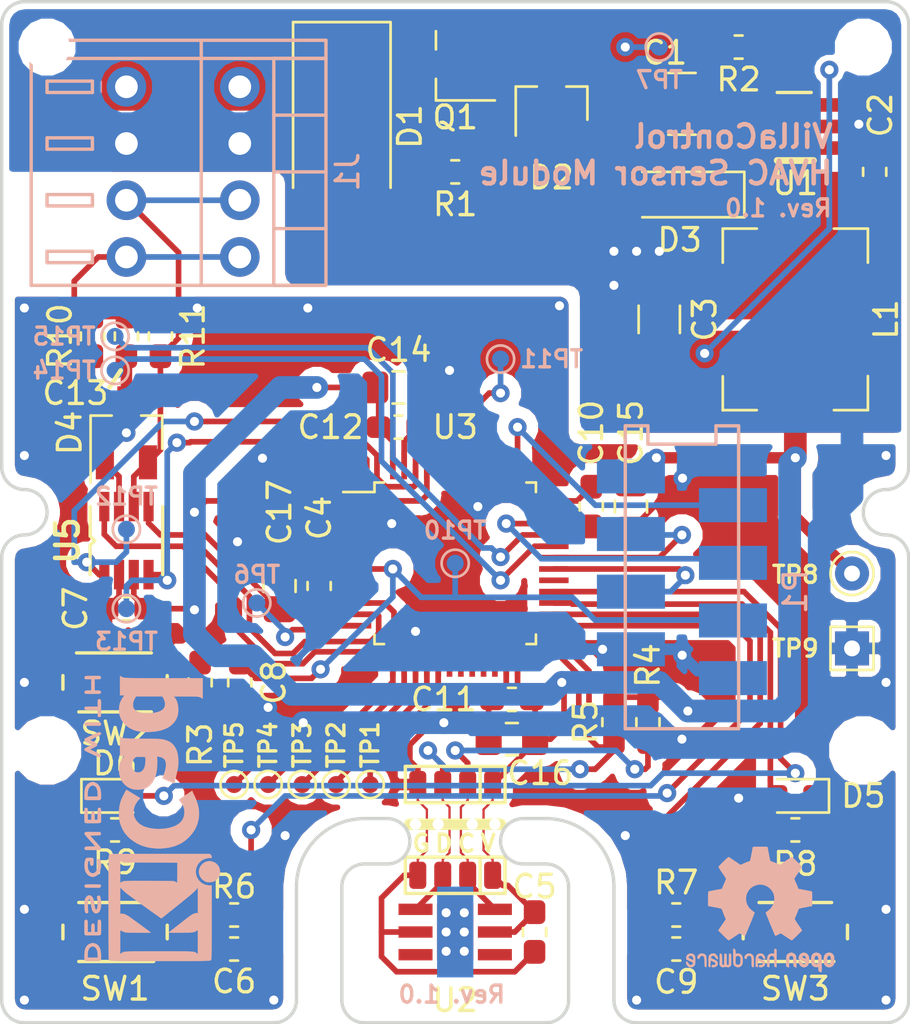
<source format=kicad_pcb>
(kicad_pcb (version 20171130) (host pcbnew 5.0.1-33cea8e~67~ubuntu18.04.1)
  (title_block (title "VillaControl - HVAC Sensor Module") (date 2019-01-09) (rev 1.0) (company "Josef Raschen"))
  (layers (0 F.Cu signal) (31 B.Cu signal) (34 B.Paste user) (35 F.Paste user) (36 B.SilkS user) (37 F.SilkS user) (38 B.Mask user) (39 F.Mask user) (44 Edge.Cuts user))
  (net 0 "")
  (net 1 GND)
  (net 2 +3.3VADC)
  (net 3 "Net-(C6-Pad1)")
  (net 4 /microcontroller/NRST)
  (net 5 "Net-(C9-Pad1)")
  (net 6 +VIN)
  (net 7 "Net-(D2-Pad2)")
  (net 8 "Net-(D5-Pad1)")
  (net 9 "Net-(D5-Pad2)")
  (net 10 "Net-(D6-Pad2)")
  (net 11 "Net-(D6-Pad1)")
  (net 12 /microcontroller/UART1_TX)
  (net 13 /microcontroller/SWDIO)
  (net 14 /microcontroller/UART1_RX)
  (net 15 /microcontroller/SWCLK)
  (net 16 "Net-(R2-Pad1)")
  (net 17 "Net-(R7-Pad2)")
  (net 18 CANH_IN)
  (net 19 CANL_IN)
  (net 20 "Net-(TP1-Pad1)")
  (net 21 "Net-(TP2-Pad1)")
  (net 22 "Net-(TP3-Pad1)")
  (net 23 "Net-(TP4-Pad1)")
  (net 24 "Net-(TP5-Pad1)")
  (net 25 "Net-(TP6-Pad1)")
  (net 26 "Net-(TP14-Pad1)")
  (net 27 "Net-(TP15-Pad1)")
  (net 28 "Net-(U2-Pad3)")
  (net 29 "Net-(U2-Pad4)")
  (net 30 "Net-(U3-Pad11)")
  (net 31 "Net-(U3-Pad10)")
  (net 32 "Net-(U3-Pad43)")
  (net 33 "Net-(U3-Pad42)")
  (net 34 "Net-(U3-Pad41)")
  (net 35 "Net-(U3-Pad40)")
  (net 36 "Net-(U3-Pad39)")
  (net 37 "Net-(U3-Pad38)")
  (net 38 "Net-(U3-Pad29)")
  (net 39 "Net-(U3-Pad20)")
  (net 40 "Net-(U3-Pad19)")
  (net 41 "Net-(U3-Pad18)")
  (net 42 "Net-(U3-Pad6)")
  (net 43 "Net-(U3-Pad5)")
  (net 44 "Net-(U3-Pad2)")
  (net 45 "/power supply/VIN_DCDC")
  (net 46 /microcontroller/SCL)
  (net 47 /microcontroller/SDA)
  (net 48 "Net-(U3-Pad4)")
  (net 49 "Net-(U3-Pad3)")
  (net 50 "Net-(TP11-Pad1)")
  (net 51 "Net-(TP12-Pad1)")
  (net 52 "Net-(TP13-Pad1)")
  (net 53 "Net-(R3-Pad2)")
  (net 54 "Net-(R6-Pad2)")
  (net 55 "Net-(C2-Pad1)")
  (net 56 "Net-(C2-Pad2)")
  (net 57 "Net-(C13-Pad1)")
  (module Symbol:KiCad-Logo2_6mm_SilkScreen (layer B.Cu) (at 131.65 116 90)
    (fp_text reference REF** hide)
    (fp_text value KiCad-Logo2_6mm_SilkScreen hide)
  )
  (module villa-control:L_Bourns-SDR0604 (layer F.Cu) (at 160 94 270)
    (fp_text reference L1 (at 0 -4 270) (layer F.SilkS))
    (fp_text value "27µH 220mΩ")
    (pad 2 smd rect (at 2.3 0 270) (size 2.8 5.8) (layers F.Cu F.Paste F.Mask) (net 2 +3.3VADC))
    (pad 1 smd rect (at -2.3 0 270) (size 2.8 5.8) (layers F.Cu F.Paste F.Mask) (net 55 "Net-(C2-Pad1)"))
  )
  (module villa-control:KMR2_HandSolder (layer F.Cu) (at 130 110 180)
    (fp_text reference SW2 (at 0 -2.25 180) (layer F.SilkS))
    (fp_text value SW_PUSH)
    (pad 1 smd rect (at -2.3 0.8 180) (size 1.2 0.8) (layers F.Cu F.Paste F.Mask) (net 1 GND))
    (pad 2 smd rect (at 2.3 -0.8 180) (size 1.2 0.8) (layers F.Cu F.Paste F.Mask) (net 53 "Net-(R3-Pad2)"))
    (pad 2 smd rect (at -2.3 -0.8 180) (size 1.2 0.8) (layers F.Cu F.Paste F.Mask) (net 53 "Net-(R3-Pad2)"))
    (pad 1 smd rect (at 2.3 0.8 180) (size 1.2 0.8) (layers F.Cu F.Paste F.Mask) (net 1 GND))
  )
  (module villa-control:Drill_1mm (layer F.Cu) (at 148.5 123.5)
    (fp_text reference REF** hide)
    (fp_text value Drill_1mm hide)
    (pad "" np_thru_hole circle (at 0 0) (size 1 1) (drill 1) (layers *.Cu *.Mask))
  )
  (module villa-control:Drill_2mm (layer F.Cu) (at 163 113)
    (fp_text reference REF** hide)
    (fp_text value Drill_2mm hide)
    (pad "" np_thru_hole circle (at 0 0) (size 2 2) (drill 2) (layers *.Cu *.Mask))
  )
  (module villa-control:Drill_2mm (layer F.Cu) (at 127 113)
    (fp_text reference REF** hide)
    (fp_text value Drill_2mm hide)
    (pad "" np_thru_hole circle (at 0 0) (size 2 2) (drill 2) (layers *.Cu *.Mask))
  )
  (module villa-control:Drill_2mm (layer F.Cu) (at 127 82)
    (fp_text reference REF** hide)
    (fp_text value Drill_2mm hide)
    (pad "" np_thru_hole circle (at 0 0) (size 2 2) (drill 2) (layers *.Cu *.Mask))
  )
  (module Resistor_SMD:R_0603_1608Metric_Pad1.05x0.95mm_HandSolder (layer F.Cu) (at 145 87.5 180)
    (fp_text reference R1 (at 0 -1.43 180) (layer F.SilkS))
    (fp_text value 100k)
    (pad 1 smd roundrect (at -0.875 0 180) (size 1.05 0.95) (layers F.Cu F.Paste F.Mask) (net 7 "Net-(D2-Pad2)"))
    (pad 2 smd roundrect (at 0.875 0 180) (size 1.05 0.95) (layers F.Cu F.Paste F.Mask) (net 1 GND))
  )
  (module villa-control:HDC1080_HandSoldering (layer F.Cu) (at 145 121 270)
    (fp_text reference U2 (at 3 0) (layer F.SilkS))
    (fp_text value HDC1080)
    (pad "" thru_hole circle (at 0 0.4 270) (size 0.6 0.6) (drill 0.4) (layers *.Cu *.Mask))
    (pad "" thru_hole circle (at 0.85 0.4 270) (size 0.6 0.6) (drill 0.4) (layers *.Cu *.Mask))
    (pad "" thru_hole circle (at -0.85 0.4 270) (size 0.6 0.6) (drill 0.4) (layers *.Cu *.Mask))
    (pad "" thru_hole circle (at 0 -0.4) (size 0.6 0.6) (drill 0.4) (layers *.Cu *.Mask))
    (pad "" thru_hole circle (at 0.85 -0.4 270) (size 0.6 0.6) (drill 0.4) (layers *.Cu *.Mask))
    (pad "" thru_hole circle (at -0.85 -0.4 270) (size 0.6 0.6) (drill 0.4) (layers *.Cu *.Mask))
    (pad "" smd rect (at 0 0 270) (size 4 1.6) (layers B.Cu B.Mask))
    (pad "" smd rect (at 0 0 270) (size 2.5 1.6) (layers F.Cu F.Paste F.Mask))
    (pad 4 smd rect (at 1 -1.75 270) (size 0.5 1.5) (layers F.Cu F.Paste F.Mask) (net 29 "Net-(U2-Pad4)"))
    (pad 5 smd rect (at 0 -1.75 270) (size 0.5 1.5) (layers F.Cu F.Paste F.Mask) (net 2 +3.3VADC))
    (pad 6 smd rect (at -1 -1.75 270) (size 0.5 1.5) (layers F.Cu F.Paste F.Mask) (net 46 /microcontroller/SCL))
    (pad 3 smd rect (at 1 1.75 270) (size 0.5 1.5) (layers F.Cu F.Paste F.Mask) (net 28 "Net-(U2-Pad3)"))
    (pad 2 smd rect (at 0 1.75 270) (size 0.5 1.5) (layers F.Cu F.Paste F.Mask) (net 1 GND))
    (pad 1 smd rect (at -1 1.75 270) (size 0.5 1.5) (layers F.Cu F.Paste F.Mask) (net 47 /microcontroller/SDA))
  )
  (module villa-control:KMR2_HandSolder (layer F.Cu) (at 130 121)
    (fp_text reference SW1 (at 0 2.5) (layer F.SilkS))
    (fp_text value SW_PUSH)
    (pad 1 smd rect (at -2.3 0.8) (size 1.2 0.8) (layers F.Cu F.Paste F.Mask) (net 1 GND))
    (pad 2 smd rect (at 2.3 -0.8) (size 1.2 0.8) (layers F.Cu F.Paste F.Mask) (net 54 "Net-(R6-Pad2)"))
    (pad 2 smd rect (at -2.3 -0.8) (size 1.2 0.8) (layers F.Cu F.Paste F.Mask) (net 54 "Net-(R6-Pad2)"))
    (pad 1 smd rect (at 2.3 0.8) (size 1.2 0.8) (layers F.Cu F.Paste F.Mask) (net 1 GND))
  )
  (module villa-control:KMR2_HandSolder (layer F.Cu) (at 160 121)
    (fp_text reference SW3 (at 0 2.5) (layer F.SilkS))
    (fp_text value SW_PUSH)
    (pad 1 smd rect (at -2.3 0.8) (size 1.2 0.8) (layers F.Cu F.Paste F.Mask) (net 1 GND))
    (pad 2 smd rect (at 2.3 -0.8) (size 1.2 0.8) (layers F.Cu F.Paste F.Mask) (net 17 "Net-(R7-Pad2)"))
    (pad 2 smd rect (at -2.3 -0.8) (size 1.2 0.8) (layers F.Cu F.Paste F.Mask) (net 17 "Net-(R7-Pad2)"))
    (pad 1 smd rect (at 2.3 0.8) (size 1.2 0.8) (layers F.Cu F.Paste F.Mask) (net 1 GND))
  )
  (module villa-control:TI-DDC_HandSoldering (layer F.Cu) (at 160 85.5 90)
    (fp_text reference U1 (at -2.5 0 180) (layer F.SilkS))
    (fp_text value LMR16006)
    (pad 1 smd rect (at -0.95 1.55 90) (size 0.6 1.5) (layers F.Cu F.Paste F.Mask) (net 56 "Net-(C2-Pad2)"))
    (pad 2 smd rect (at 0 1.55 90) (size 0.6 1.5) (layers F.Cu F.Paste F.Mask) (net 1 GND))
    (pad 3 smd rect (at 0.95 1.55 90) (size 0.6 1.5) (layers F.Cu F.Paste F.Mask) (net 2 +3.3VADC))
    (pad 6 smd rect (at -0.95 -1.55 90) (size 0.6 1.5) (layers F.Cu F.Paste F.Mask) (net 55 "Net-(C2-Pad1)"))
    (pad 5 smd rect (at 0 -1.55 90) (size 0.6 1.5) (layers F.Cu F.Paste F.Mask) (net 45 "/power supply/VIN_DCDC"))
    (pad 4 smd rect (at 0.95 -1.55 90) (size 0.6 1.5) (layers F.Cu F.Paste F.Mask) (net 16 "Net-(R2-Pad1)"))
  )
  (module villa-control:WAGO_218-104 (layer B.Cu) (at 133 87.5 270)
    (fp_text reference J1 (at 0 -7.25 270) (layer B.SilkS) (effects (justify mirror)))
    (fp_text value Conn_01x04)
    (pad 1 thru_hole circle (at -3.75 2.5 270) (size 1.75 1.75) (drill 1) (layers *.Cu *.Mask) (net 6 +VIN))
    (pad 2 thru_hole circle (at -1.25 2.5 270) (size 1.75 1.75) (drill 1) (layers *.Cu *.Mask) (net 1 GND))
    (pad 3 thru_hole circle (at 1.25 2.5 270) (size 1.75 1.75) (drill 1) (layers *.Cu *.Mask) (net 19 CANL_IN))
    (pad 4 thru_hole circle (at 3.75 2.5 270) (size 1.75 1.75) (drill 1) (layers *.Cu *.Mask) (net 18 CANH_IN))
    (pad 1 thru_hole circle (at -3.75 -2.5 270) (size 1.75 1.75) (drill 1) (layers *.Cu *.Mask) (net 6 +VIN))
    (pad 2 thru_hole circle (at -1.25 -2.5 270) (size 1.75 1.75) (drill 1) (layers *.Cu *.Mask) (net 1 GND))
    (pad 3 thru_hole circle (at 1.25 -2.5 270) (size 1.75 1.75) (drill 1) (layers *.Cu *.Mask) (net 19 CANL_IN))
    (pad 4 thru_hole circle (at 3.75 -2.5 270) (size 1.75 1.75) (drill 1) (layers *.Cu *.Mask) (net 18 CANH_IN))
  )
  (module villa-control:TI-DCN (layer F.Cu) (at 130.5 103.75)
    (fp_text reference U5 (at -2.6 0 90) (layer F.SilkS) (effects (font (thickness 0.2))))
    (fp_text value TCAN334)
    (pad 8 smd rect (at -0.975 -1.5) (size 0.45 1.3) (layers F.Cu F.Paste F.Mask) (net 31 "Net-(U3-Pad10)"))
    (pad 1 smd rect (at -0.975 1.5) (size 0.45 1.3) (layers F.Cu F.Paste F.Mask) (net 51 "Net-(TP12-Pad1)"))
    (pad 7 smd rect (at -0.325 -1.5) (size 0.45 1.3) (layers F.Cu F.Paste F.Mask) (net 18 CANH_IN))
    (pad 2 smd rect (at -0.325 1.5) (size 0.45 1.3) (layers F.Cu F.Paste F.Mask) (net 1 GND))
    (pad 6 smd rect (at 0.325 -1.5) (size 0.45 1.3) (layers F.Cu F.Paste F.Mask) (net 19 CANL_IN))
    (pad 3 smd rect (at 0.325 1.5) (size 0.45 1.3) (layers F.Cu F.Paste F.Mask) (net 2 +3.3VADC))
    (pad 5 smd rect (at 0.975 -1.5) (size 0.45 1.3) (layers F.Cu F.Paste F.Mask) (net 30 "Net-(U3-Pad11)"))
    (pad 4 smd rect (at 0.975 1.5) (size 0.45 1.3) (layers F.Cu F.Paste F.Mask) (net 52 "Net-(TP13-Pad1)"))
  )
  (module villa-control:SOT-23_Handsoldering (layer F.Cu) (at 130.5 99 90)
    (fp_text reference D4 (at 0 -2.5 90) (layer F.SilkS))
    (fp_text value NUP2105L)
    (pad 3 smd rect (at 1.3 0 90) (size 1.5 0.8) (layers F.Cu F.Paste F.Mask) (net 1 GND))
    (pad 2 smd rect (at -1.3 0.95 90) (size 1.5 0.8) (layers F.Cu F.Paste F.Mask) (net 19 CANL_IN))
    (pad 1 smd rect (at -1.3 -0.95 90) (size 1.5 0.8) (layers F.Cu F.Paste F.Mask) (net 18 CANH_IN))
  )
  (module LED_SMD:LED_0603_1608Metric_Pad0.88x0.95mm_HandSolder (layer F.Cu) (at 160 115 180)
    (fp_text reference D5 (at -3 0 180) (layer F.SilkS))
    (fp_text value red)
    (pad 2 smd roundrect (at 0.7875 0 180) (size 0.875 0.95) (layers F.Cu F.Paste F.Mask) (net 9 "Net-(D5-Pad2)"))
    (pad 1 smd roundrect (at -0.7875 0 180) (size 0.875 0.95) (layers F.Cu F.Paste F.Mask) (net 8 "Net-(D5-Pad1)"))
  )
  (module LED_SMD:LED_0603_1608Metric_Pad0.88x0.95mm_HandSolder (layer F.Cu) (at 130 115)
    (fp_text reference D6 (at 0 -1.43) (layer F.SilkS))
    (fp_text value red)
    (pad 1 smd roundrect (at -0.7875 0) (size 0.875 0.95) (layers F.Cu F.Paste F.Mask) (net 11 "Net-(D6-Pad1)"))
    (pad 2 smd roundrect (at 0.7875 0) (size 0.875 0.95) (layers F.Cu F.Paste F.Mask) (net 10 "Net-(D6-Pad2)"))
  )
  (module Resistor_SMD:R_0603_1608Metric_Pad1.05x0.95mm_HandSolder (layer F.Cu) (at 135.25 120.25 180)
    (fp_text reference R6 (at 0 1.25 180) (layer F.SilkS))
    (fp_text value 3.3k)
    (pad 1 smd roundrect (at -0.875 0 180) (size 1.05 0.95) (layers F.Cu F.Paste F.Mask) (net 3 "Net-(C6-Pad1)"))
    (pad 2 smd roundrect (at 0.875 0 180) (size 1.05 0.95) (layers F.Cu F.Paste F.Mask) (net 54 "Net-(R6-Pad2)"))
  )
  (module Resistor_SMD:R_0603_1608Metric_Pad1.05x0.95mm_HandSolder (layer F.Cu) (at 132 94.75 270)
    (fp_text reference R11 (at 0 -1.43 270) (layer F.SilkS))
    (fp_text value "60.4 1%")
    (pad 2 smd roundrect (at 0.875 0 270) (size 1.05 0.95) (layers F.Cu F.Paste F.Mask) (net 19 CANL_IN))
    (pad 1 smd roundrect (at -0.875 0 270) (size 1.05 0.95) (layers F.Cu F.Paste F.Mask) (net 57 "Net-(C13-Pad1)"))
  )
  (module Resistor_SMD:R_0603_1608Metric_Pad1.05x0.95mm_HandSolder (layer F.Cu) (at 129 94.75 90)
    (fp_text reference R10 (at 0 -1.43 90) (layer F.SilkS))
    (fp_text value "60.4 1%")
    (pad 1 smd roundrect (at -0.875 0 90) (size 1.05 0.95) (layers F.Cu F.Paste F.Mask) (net 18 CANH_IN))
    (pad 2 smd roundrect (at 0.875 0 90) (size 1.05 0.95) (layers F.Cu F.Paste F.Mask) (net 57 "Net-(C13-Pad1)"))
  )
  (module Resistor_SMD:R_0603_1608Metric_Pad1.05x0.95mm_HandSolder (layer F.Cu) (at 130 116.5 180)
    (fp_text reference R9 (at 0 -1.43 180) (layer F.SilkS))
    (fp_text value 220)
    (pad 2 smd roundrect (at 0.875 0 180) (size 1.05 0.95) (layers F.Cu F.Paste F.Mask) (net 11 "Net-(D6-Pad1)"))
    (pad 1 smd roundrect (at -0.875 0 180) (size 1.05 0.95) (layers F.Cu F.Paste F.Mask) (net 1 GND))
  )
  (module Resistor_SMD:R_0603_1608Metric_Pad1.05x0.95mm_HandSolder (layer F.Cu) (at 160 116.5)
    (fp_text reference R8 (at 0 1.5) (layer F.SilkS))
    (fp_text value 220)
    (pad 1 smd roundrect (at -0.875 0) (size 1.05 0.95) (layers F.Cu F.Paste F.Mask) (net 1 GND))
    (pad 2 smd roundrect (at 0.875 0) (size 1.05 0.95) (layers F.Cu F.Paste F.Mask) (net 8 "Net-(D5-Pad1)"))
  )
  (module Resistor_SMD:R_0603_1608Metric_Pad1.05x0.95mm_HandSolder (layer F.Cu) (at 152 111.75 270)
    (fp_text reference R5 (at 0 1.25 270) (layer F.SilkS))
    (fp_text value 3.3k)
    (pad 2 smd roundrect (at 0.875 0 270) (size 1.05 0.95) (layers F.Cu F.Paste F.Mask) (net 47 /microcontroller/SDA))
    (pad 1 smd roundrect (at -0.875 0 270) (size 1.05 0.95) (layers F.Cu F.Paste F.Mask) (net 2 +3.3VADC))
  )
  (module Resistor_SMD:R_0603_1608Metric_Pad1.05x0.95mm_HandSolder (layer F.Cu) (at 153.5 111.75 270)
    (fp_text reference R4 (at -2.5 0 270) (layer F.SilkS))
    (fp_text value 3.3k)
    (pad 1 smd roundrect (at -0.875 0 270) (size 1.05 0.95) (layers F.Cu F.Paste F.Mask) (net 2 +3.3VADC))
    (pad 2 smd roundrect (at 0.875 0 270) (size 1.05 0.95) (layers F.Cu F.Paste F.Mask) (net 46 /microcontroller/SCL))
  )
  (module Resistor_SMD:R_0603_1608Metric_Pad1.05x0.95mm_HandSolder (layer F.Cu) (at 154.75 120.25)
    (fp_text reference R7 (at 0 -1.43) (layer F.SilkS))
    (fp_text value 3.3k)
    (pad 2 smd roundrect (at 0.875 0) (size 1.05 0.95) (layers F.Cu F.Paste F.Mask) (net 17 "Net-(R7-Pad2)"))
    (pad 1 smd roundrect (at -0.875 0) (size 1.05 0.95) (layers F.Cu F.Paste F.Mask) (net 5 "Net-(C9-Pad1)"))
  )
  (module Resistor_SMD:R_0603_1608Metric_Pad1.05x0.95mm_HandSolder (layer F.Cu) (at 133.75 110 270)
    (fp_text reference R3 (at 2.75 0 270) (layer F.SilkS))
    (fp_text value 220)
    (pad 1 smd roundrect (at -0.875 0 270) (size 1.05 0.95) (layers F.Cu F.Paste F.Mask) (net 4 /microcontroller/NRST))
    (pad 2 smd roundrect (at 0.875 0 270) (size 1.05 0.95) (layers F.Cu F.Paste F.Mask) (net 53 "Net-(R3-Pad2)"))
  )
  (module villa-control:D_SOD-123_Handsolder (layer F.Cu) (at 154.9 88.5 180)
    (fp_text reference D3 (at 0 -2 180) (layer F.SilkS))
    (fp_text value "50V Vrrm 1A")
    (pad 1 smd rect (at -1.95 0 180) (size 1.5 1.2) (layers F.Cu F.Paste F.Mask) (net 55 "Net-(C2-Pad1)"))
    (pad 2 smd rect (at 1.95 0 180) (size 1.5 1.2) (layers F.Cu F.Paste F.Mask) (net 1 GND))
  )
  (module Package_QFP:LQFP-48_7x7mm_P0.5mm (layer F.Cu) (at 145 104.75)
    (fp_text reference U3 (at 0 -6) (layer F.SilkS))
    (fp_text value STM32F072C8Tx)
    (pad 1 smd rect (at -4.35 -2.75) (size 1.3 0.25) (layers F.Cu F.Paste F.Mask) (net 2 +3.3VADC))
    (pad 2 smd rect (at -4.35 -2.25) (size 1.3 0.25) (layers F.Cu F.Paste F.Mask) (net 44 "Net-(U3-Pad2)"))
    (pad 3 smd rect (at -4.35 -1.75) (size 1.3 0.25) (layers F.Cu F.Paste F.Mask) (net 49 "Net-(U3-Pad3)"))
    (pad 4 smd rect (at -4.35 -1.25) (size 1.3 0.25) (layers F.Cu F.Paste F.Mask) (net 48 "Net-(U3-Pad4)"))
    (pad 5 smd rect (at -4.35 -0.75) (size 1.3 0.25) (layers F.Cu F.Paste F.Mask) (net 43 "Net-(U3-Pad5)"))
    (pad 6 smd rect (at -4.35 -0.25) (size 1.3 0.25) (layers F.Cu F.Paste F.Mask) (net 42 "Net-(U3-Pad6)"))
    (pad 7 smd rect (at -4.35 0.25) (size 1.3 0.25) (layers F.Cu F.Paste F.Mask) (net 4 /microcontroller/NRST))
    (pad 8 smd rect (at -4.35 0.75) (size 1.3 0.25) (layers F.Cu F.Paste F.Mask) (net 1 GND))
    (pad 9 smd rect (at -4.35 1.25) (size 1.3 0.25) (layers F.Cu F.Paste F.Mask) (net 2 +3.3VADC))
    (pad 10 smd rect (at -4.35 1.75) (size 1.3 0.25) (layers F.Cu F.Paste F.Mask) (net 31 "Net-(U3-Pad10)"))
    (pad 11 smd rect (at -4.35 2.25) (size 1.3 0.25) (layers F.Cu F.Paste F.Mask) (net 30 "Net-(U3-Pad11)"))
    (pad 12 smd rect (at -4.35 2.75) (size 1.3 0.25) (layers F.Cu F.Paste F.Mask) (net 25 "Net-(TP6-Pad1)"))
    (pad 13 smd rect (at -2.75 4.35 90) (size 1.3 0.25) (layers F.Cu F.Paste F.Mask) (net 24 "Net-(TP5-Pad1)"))
    (pad 14 smd rect (at -2.25 4.35 90) (size 1.3 0.25) (layers F.Cu F.Paste F.Mask) (net 23 "Net-(TP4-Pad1)"))
    (pad 15 smd rect (at -1.75 4.35 90) (size 1.3 0.25) (layers F.Cu F.Paste F.Mask) (net 22 "Net-(TP3-Pad1)"))
    (pad 16 smd rect (at -1.25 4.35 90) (size 1.3 0.25) (layers F.Cu F.Paste F.Mask) (net 21 "Net-(TP2-Pad1)"))
    (pad 17 smd rect (at -0.75 4.35 90) (size 1.3 0.25) (layers F.Cu F.Paste F.Mask) (net 20 "Net-(TP1-Pad1)"))
    (pad 18 smd rect (at -0.25 4.35 90) (size 1.3 0.25) (layers F.Cu F.Paste F.Mask) (net 41 "Net-(U3-Pad18)"))
    (pad 19 smd rect (at 0.25 4.35 90) (size 1.3 0.25) (layers F.Cu F.Paste F.Mask) (net 40 "Net-(U3-Pad19)"))
    (pad 20 smd rect (at 0.75 4.35 90) (size 1.3 0.25) (layers F.Cu F.Paste F.Mask) (net 39 "Net-(U3-Pad20)"))
    (pad 21 smd rect (at 1.25 4.35 90) (size 1.3 0.25) (layers F.Cu F.Paste F.Mask) (net 46 /microcontroller/SCL))
    (pad 22 smd rect (at 1.75 4.35 90) (size 1.3 0.25) (layers F.Cu F.Paste F.Mask) (net 47 /microcontroller/SDA))
    (pad 23 smd rect (at 2.25 4.35 90) (size 1.3 0.25) (layers F.Cu F.Paste F.Mask) (net 1 GND))
    (pad 24 smd rect (at 2.75 4.35 90) (size 1.3 0.25) (layers F.Cu F.Paste F.Mask) (net 2 +3.3VADC))
    (pad 25 smd rect (at 4.35 2.75) (size 1.3 0.25) (layers F.Cu F.Paste F.Mask) (net 3 "Net-(C6-Pad1)"))
    (pad 26 smd rect (at 4.35 2.25) (size 1.3 0.25) (layers F.Cu F.Paste F.Mask) (net 5 "Net-(C9-Pad1)"))
    (pad 27 smd rect (at 4.35 1.75) (size 1.3 0.25) (layers F.Cu F.Paste F.Mask) (net 9 "Net-(D5-Pad2)"))
    (pad 28 smd rect (at 4.35 1.25) (size 1.3 0.25) (layers F.Cu F.Paste F.Mask) (net 10 "Net-(D6-Pad2)"))
    (pad 29 smd rect (at 4.35 0.75) (size 1.3 0.25) (layers F.Cu F.Paste F.Mask) (net 38 "Net-(U3-Pad29)"))
    (pad 30 smd rect (at 4.35 0.25) (size 1.3 0.25) (layers F.Cu F.Paste F.Mask) (net 12 /microcontroller/UART1_TX))
    (pad 31 smd rect (at 4.35 -0.25) (size 1.3 0.25) (layers F.Cu F.Paste F.Mask) (net 14 /microcontroller/UART1_RX))
    (pad 32 smd rect (at 4.35 -0.75) (size 1.3 0.25) (layers F.Cu F.Paste F.Mask) (net 26 "Net-(TP14-Pad1)"))
    (pad 33 smd rect (at 4.35 -1.25) (size 1.3 0.25) (layers F.Cu F.Paste F.Mask) (net 27 "Net-(TP15-Pad1)"))
    (pad 34 smd rect (at 4.35 -1.75) (size 1.3 0.25) (layers F.Cu F.Paste F.Mask) (net 13 /microcontroller/SWDIO))
    (pad 35 smd rect (at 4.35 -2.25) (size 1.3 0.25) (layers F.Cu F.Paste F.Mask) (net 1 GND))
    (pad 36 smd rect (at 4.35 -2.75) (size 1.3 0.25) (layers F.Cu F.Paste F.Mask) (net 2 +3.3VADC))
    (pad 37 smd rect (at 2.75 -4.35 90) (size 1.3 0.25) (layers F.Cu F.Paste F.Mask) (net 15 /microcontroller/SWCLK))
    (pad 38 smd rect (at 2.25 -4.35 90) (size 1.3 0.25) (layers F.Cu F.Paste F.Mask) (net 37 "Net-(U3-Pad38)"))
    (pad 39 smd rect (at 1.75 -4.35 90) (size 1.3 0.25) (layers F.Cu F.Paste F.Mask) (net 36 "Net-(U3-Pad39)"))
    (pad 40 smd rect (at 1.25 -4.35 90) (size 1.3 0.25) (layers F.Cu F.Paste F.Mask) (net 35 "Net-(U3-Pad40)"))
    (pad 41 smd rect (at 0.75 -4.35 90) (size 1.3 0.25) (layers F.Cu F.Paste F.Mask) (net 34 "Net-(U3-Pad41)"))
    (pad 42 smd rect (at 0.25 -4.35 90) (size 1.3 0.25) (layers F.Cu F.Paste F.Mask) (net 33 "Net-(U3-Pad42)"))
    (pad 43 smd rect (at -0.25 -4.35 90) (size 1.3 0.25) (layers F.Cu F.Paste F.Mask) (net 32 "Net-(U3-Pad43)"))
    (pad 44 smd rect (at -0.75 -4.35 90) (size 1.3 0.25) (layers F.Cu F.Paste F.Mask) (net 50 "Net-(TP11-Pad1)"))
    (pad 45 smd rect (at -1.25 -4.35 90) (size 1.3 0.25) (layers F.Cu F.Paste F.Mask) (net 52 "Net-(TP13-Pad1)"))
    (pad 46 smd rect (at -1.75 -4.35 90) (size 1.3 0.25) (layers F.Cu F.Paste F.Mask) (net 51 "Net-(TP12-Pad1)"))
    (pad 47 smd rect (at -2.25 -4.35 90) (size 1.3 0.25) (layers F.Cu F.Paste F.Mask) (net 1 GND))
    (pad 48 smd rect (at -2.75 -4.35 90) (size 1.3 0.25) (layers F.Cu F.Paste F.Mask) (net 2 +3.3VADC))
  )
  (module villa-control:D_SOT-23_ANK_Handsolder (layer F.Cu) (at 149.25 84.5 90)
    (fp_text reference D2 (at -3.25 0 180) (layer F.SilkS))
    (fp_text value 10V)
    (pad 1 smd rect (at 1.3 0 90) (size 1.5 0.8) (layers F.Cu F.Paste F.Mask) (net 45 "/power supply/VIN_DCDC"))
    (pad "" smd rect (at -1.3 0.95 90) (size 1.5 0.8) (layers F.Cu F.Paste F.Mask))
    (pad 2 smd rect (at -1.3 -0.95 90) (size 1.5 0.8) (layers F.Cu F.Paste F.Mask) (net 7 "Net-(D2-Pad2)"))
  )
  (module Resistor_SMD:R_0603_1608Metric_Pad1.05x0.95mm_HandSolder (layer F.Cu) (at 157.5 82 180)
    (fp_text reference R2 (at 0 -1.43 180) (layer F.SilkS))
    (fp_text value 100k)
    (pad 1 smd roundrect (at -0.875 0 180) (size 1.05 0.95) (layers F.Cu F.Paste F.Mask) (net 16 "Net-(R2-Pad1)"))
    (pad 2 smd roundrect (at 0.875 0 180) (size 1.05 0.95) (layers F.Cu F.Paste F.Mask) (net 45 "/power supply/VIN_DCDC"))
  )
  (module villa-control:micromatch_smd_2x04 (layer B.Cu) (at 155 106 270)
    (fp_text reference P1 (at 0 -5 270) (layer B.SilkS) (effects (justify mirror)))
    (fp_text value Debug hide)
    (pad 8 smd rect (at 3.81 -2.25 270) (size 1.5 3) (layers B.Cu B.Paste B.Mask) (net 1 GND))
    (pad 7 smd rect (at 2.54 2.25 270) (size 1.5 3) (layers B.Cu B.Paste B.Mask) (net 1 GND))
    (pad 6 smd rect (at 1.27 -2.25 270) (size 1.5 3) (layers B.Cu B.Paste B.Mask) (net 4 /microcontroller/NRST))
    (pad 5 smd rect (at 0 2.25 270) (size 1.5 3) (layers B.Cu B.Paste B.Mask) (net 12 /microcontroller/UART1_TX))
    (pad 4 smd rect (at -1.27 -2.25 270) (size 1.5 3) (layers B.Cu B.Paste B.Mask) (net 13 /microcontroller/SWDIO))
    (pad 3 smd rect (at -2.54 2.25 270) (size 1.5 3) (layers B.Cu B.Paste B.Mask) (net 14 /microcontroller/UART1_RX))
    (pad 2 smd rect (at -3.81 -2.25 270) (size 1.5 3) (layers B.Cu B.Paste B.Mask) (net 15 /microcontroller/SWCLK))
    (pad 1 smd rect (at -5.08 2.25 270) (size 1.5 3) (layers B.Cu B.Paste B.Mask) (net 2 +3.3VADC))
  )
  (module Capacitor_SMD:C_1210_3225Metric_Pad1.42x2.65mm_HandSolder (layer F.Cu) (at 155 84.5 180)
    (fp_text reference C1 (at 0.75 2.25) (layer F.SilkS))
    (fp_text value 2.2µF)
    (pad 1 smd roundrect (at -1.4875 0 180) (size 1.425 2.65) (layers F.Cu F.Paste F.Mask) (roundrect_rratio 0.175439) (net 45 "/power supply/VIN_DCDC"))
    (pad 2 smd roundrect (at 1.4875 0 180) (size 1.425 2.65) (layers F.Cu F.Paste F.Mask) (roundrect_rratio 0.175439) (net 1 GND))
  )
  (module Capacitor_SMD:C_0603_1608Metric_Pad1.05x0.95mm_HandSolder (layer F.Cu) (at 163.5 87.5 90)
    (fp_text reference C2 (at 2.5 0.25 90) (layer F.SilkS))
    (fp_text value 100n)
    (pad 1 smd roundrect (at -0.875 0 90) (size 1.05 0.95) (layers F.Cu F.Paste F.Mask) (net 55 "Net-(C2-Pad1)"))
    (pad 2 smd roundrect (at 0.875 0 90) (size 1.05 0.95) (layers F.Cu F.Paste F.Mask) (net 56 "Net-(C2-Pad2)"))
  )
  (module Capacitor_SMD:C_1206_3216Metric_Pad1.42x1.75mm_HandSolder (layer F.Cu) (at 154 94 90)
    (fp_text reference C3 (at 0 2 90) (layer F.SilkS))
    (fp_text value 22µF)
    (pad 1 smd roundrect (at -1.4875 0 90) (size 1.425 1.75) (layers F.Cu F.Paste F.Mask) (roundrect_rratio 0.175439) (net 2 +3.3VADC))
    (pad 2 smd roundrect (at 1.4875 0 90) (size 1.425 1.75) (layers F.Cu F.Paste F.Mask) (roundrect_rratio 0.175439) (net 1 GND))
  )
  (module Capacitor_SMD:C_0603_1608Metric_Pad1.05x0.95mm_HandSolder (layer F.Cu) (at 148.5 121 270)
    (fp_text reference C5 (at -2 0) (layer F.SilkS))
    (fp_text value 100n)
    (pad 1 smd roundrect (at -0.875 0 270) (size 1.05 0.95) (layers F.Cu F.Paste F.Mask) (net 2 +3.3VADC))
    (pad 2 smd roundrect (at 0.875 0 270) (size 1.05 0.95) (layers F.Cu F.Paste F.Mask) (net 1 GND))
  )
  (module Capacitor_SMD:C_0603_1608Metric_Pad1.05x0.95mm_HandSolder (layer F.Cu) (at 135.25 121.75 180)
    (fp_text reference C6 (at 0 -1.43 180) (layer F.SilkS))
    (fp_text value 100n)
    (pad 1 smd roundrect (at -0.875 0 180) (size 1.05 0.95) (layers F.Cu F.Paste F.Mask) (net 3 "Net-(C6-Pad1)"))
    (pad 2 smd roundrect (at 0.875 0 180) (size 1.05 0.95) (layers F.Cu F.Paste F.Mask) (net 1 GND))
  )
  (module Capacitor_SMD:C_0805_2012Metric_Pad1.15x1.40mm_HandSolder (layer F.Cu) (at 142.5 97)
    (fp_text reference C14 (at 0 -1.65) (layer F.SilkS))
    (fp_text value 4µ7)
    (pad 1 smd roundrect (at -1.025 0) (size 1.15 1.4) (layers F.Cu F.Paste F.Mask) (roundrect_rratio 0.217391) (net 2 +3.3VADC))
    (pad 2 smd roundrect (at 1.025 0) (size 1.15 1.4) (layers F.Cu F.Paste F.Mask) (roundrect_rratio 0.217391) (net 1 GND))
  )
  (module Capacitor_SMD:C_0603_1608Metric_Pad1.05x0.95mm_HandSolder (layer F.Cu) (at 135.5 110 270)
    (fp_text reference C8 (at 0 -1.5 90) (layer F.SilkS))
    (fp_text value 100n)
    (pad 2 smd roundrect (at 0.875 0 270) (size 1.05 0.95) (layers F.Cu F.Paste F.Mask) (net 1 GND))
    (pad 1 smd roundrect (at -0.875 0 270) (size 1.05 0.95) (layers F.Cu F.Paste F.Mask) (net 4 /microcontroller/NRST))
  )
  (module Capacitor_SMD:C_0603_1608Metric_Pad1.05x0.95mm_HandSolder (layer F.Cu) (at 154.75 121.75)
    (fp_text reference C9 (at 0 1.45) (layer F.SilkS))
    (fp_text value 100n)
    (pad 1 smd roundrect (at -0.875 0) (size 1.05 0.95) (layers F.Cu F.Paste F.Mask) (net 5 "Net-(C9-Pad1)"))
    (pad 2 smd roundrect (at 0.875 0) (size 1.05 0.95) (layers F.Cu F.Paste F.Mask) (net 1 GND))
  )
  (module Capacitor_SMD:C_0603_1608Metric_Pad1.05x0.95mm_HandSolder (layer F.Cu) (at 147.5 110.75 180)
    (fp_text reference C11 (at 3 0 180) (layer F.SilkS))
    (fp_text value 100n)
    (pad 2 smd roundrect (at 0.875 0 180) (size 1.05 0.95) (layers F.Cu F.Paste F.Mask) (net 1 GND))
    (pad 1 smd roundrect (at -0.875 0 180) (size 1.05 0.95) (layers F.Cu F.Paste F.Mask) (net 2 +3.3VADC))
  )
  (module Capacitor_SMD:C_0603_1608Metric_Pad1.05x0.95mm_HandSolder (layer F.Cu) (at 142.5 98.75)
    (fp_text reference C12 (at -3 0) (layer F.SilkS))
    (fp_text value 100n)
    (pad 1 smd roundrect (at -0.875 0) (size 1.05 0.95) (layers F.Cu F.Paste F.Mask) (net 2 +3.3VADC))
    (pad 2 smd roundrect (at 0.875 0) (size 1.05 0.95) (layers F.Cu F.Paste F.Mask) (net 1 GND))
  )
  (module Capacitor_SMD:C_0603_1608Metric_Pad1.05x0.95mm_HandSolder (layer F.Cu) (at 151 102.25 270)
    (fp_text reference C10 (at -3.25 0 270) (layer F.SilkS))
    (fp_text value 100n)
    (pad 2 smd roundrect (at 0.875 0 270) (size 1.05 0.95) (layers F.Cu F.Paste F.Mask) (net 1 GND))
    (pad 1 smd roundrect (at -0.875 0 270) (size 1.05 0.95) (layers F.Cu F.Paste F.Mask) (net 2 +3.3VADC))
  )
  (module Capacitor_SMD:C_0805_2012Metric_Pad1.15x1.40mm_HandSolder (layer F.Cu) (at 152.75 102.25 270)
    (fp_text reference C15 (at -3.25 0 270) (layer F.SilkS))
    (fp_text value 4µ7)
    (pad 2 smd roundrect (at 1.025 0 270) (size 1.15 1.4) (layers F.Cu F.Paste F.Mask) (roundrect_rratio 0.217391) (net 1 GND))
    (pad 1 smd roundrect (at -1.025 0 270) (size 1.15 1.4) (layers F.Cu F.Paste F.Mask) (roundrect_rratio 0.217391) (net 2 +3.3VADC))
  )
  (module Capacitor_SMD:C_0603_1608Metric_Pad1.05x0.95mm_HandSolder (layer F.Cu) (at 139 105.75 90)
    (fp_text reference C4 (at 3 0 90) (layer F.SilkS))
    (fp_text value 100n)
    (pad 2 smd roundrect (at 0.875 0 90) (size 1.05 0.95) (layers F.Cu F.Paste F.Mask) (net 1 GND))
    (pad 1 smd roundrect (at -0.875 0 90) (size 1.05 0.95) (layers F.Cu F.Paste F.Mask) (net 2 +3.3VADC))
  )
  (module Capacitor_SMD:C_0805_2012Metric_Pad1.15x1.40mm_HandSolder (layer F.Cu) (at 137.25 105.75 90)
    (fp_text reference C17 (at 3.25 0 90) (layer F.SilkS))
    (fp_text value 4µ7)
    (pad 1 smd roundrect (at -1.025 0 90) (size 1.15 1.4) (layers F.Cu F.Paste F.Mask) (roundrect_rratio 0.217391) (net 2 +3.3VADC))
    (pad 2 smd roundrect (at 1.025 0 90) (size 1.15 1.4) (layers F.Cu F.Paste F.Mask) (roundrect_rratio 0.217391) (net 1 GND))
  )
  (module Capacitor_SMD:C_0603_1608Metric_Pad1.05x0.95mm_HandSolder (layer F.Cu) (at 130.5 106.75 180)
    (fp_text reference C7 (at 2.25 0 270) (layer F.SilkS))
    (fp_text value 100n)
    (pad 2 smd roundrect (at 0.875 0 180) (size 1.05 0.95) (layers F.Cu F.Paste F.Mask) (net 1 GND))
    (pad 1 smd roundrect (at -0.875 0 180) (size 1.05 0.95) (layers F.Cu F.Paste F.Mask) (net 2 +3.3VADC))
  )
  (module Capacitor_SMD:C_0603_1608Metric_Pad1.05x0.95mm_HandSolder (layer F.Cu) (at 130.5 94.75 270)
    (fp_text reference C13 (at 2.5 2.25) (layer F.SilkS))
    (fp_text value 4n7)
    (pad 1 smd roundrect (at -0.875 0 270) (size 1.05 0.95) (layers F.Cu F.Paste F.Mask) (net 57 "Net-(C13-Pad1)"))
    (pad 2 smd roundrect (at 0.875 0 270) (size 1.05 0.95) (layers F.Cu F.Paste F.Mask) (net 1 GND))
  )
  (module Capacitor_SMD:C_0805_2012Metric_Pad1.15x1.40mm_HandSolder (layer F.Cu) (at 147.5 112.5 180)
    (fp_text reference C16 (at -1.25 -1.5 180) (layer F.SilkS))
    (fp_text value 4µ7)
    (pad 1 smd roundrect (at -1.025 0 180) (size 1.15 1.4) (layers F.Cu F.Paste F.Mask) (roundrect_rratio 0.217391) (net 2 +3.3VADC))
    (pad 2 smd roundrect (at 1.025 0 180) (size 1.15 1.4) (layers F.Cu F.Paste F.Mask) (roundrect_rratio 0.217391) (net 1 GND))
  )
  (module villa-control:Solder_Connecor_1x04 (layer F.Cu) (at 145 114.5 180)
    (fp_text reference J2 hide)
    (fp_text value Sensor)
    (pad 1 smd roundrect (at -1.65 0 180) (size 0.75 1.2) (layers F.Cu F.Mask) (net 2 +3.3VADC))
    (pad 2 smd roundrect (at -0.55 0 180) (size 0.75 1.2) (layers F.Cu F.Mask) (net 46 /microcontroller/SCL))
    (pad 3 smd roundrect (at 0.55 0 180) (size 0.75 1.2) (layers F.Cu F.Mask) (net 47 /microcontroller/SDA))
    (pad 4 smd roundrect (at 1.65 0 180) (size 0.75 1.2) (layers F.Cu F.Mask) (net 1 GND))
  )
  (module villa-control:Solder_Connecor_1x04 (layer F.Cu) (at 145 118.5 180)
    (fp_text reference J3 hide)
    (fp_text value Sensor)
    (pad 4 smd roundrect (at 1.65 0 180) (size 0.75 1.2) (layers F.Cu F.Mask) (net 1 GND))
    (pad 3 smd roundrect (at 0.55 0 180) (size 0.75 1.2) (layers F.Cu F.Mask) (net 47 /microcontroller/SDA))
    (pad 2 smd roundrect (at -0.55 0 180) (size 0.75 1.2) (layers F.Cu F.Mask) (net 46 /microcontroller/SCL))
    (pad 1 smd roundrect (at -1.65 0 180) (size 0.75 1.2) (layers F.Cu F.Mask) (net 2 +3.3VADC))
  )
  (module TestPoint:TestPoint_THTPad_D1.5mm_Drill0.7mm (layer F.Cu) (at 162.5 105.2)
    (fp_text reference TP8 (at -2.5 0.05) (layer F.SilkS) (effects (font (size 0.75 0.75))))
    (fp_text value 3.3V)
    (pad 1 thru_hole circle (at 0 0) (size 1.5 1.5) (drill 0.7) (layers *.Cu *.Mask) (net 2 +3.3VADC))
  )
  (module TestPoint:TestPoint_THTPad_1.5x1.5mm_Drill0.7mm (layer F.Cu) (at 162.5 108.5)
    (fp_text reference TP9 (at -2.5 0) (layer F.SilkS) (effects (font (size 0.75 0.75))))
    (fp_text value GND)
    (pad 1 thru_hole rect (at 0 0) (size 1.5 1.5) (drill 0.7) (layers *.Cu *.Mask) (net 1 GND))
  )
  (module Diode_SMD:D_SMB_Handsoldering (layer F.Cu) (at 140 85.5 270)
    (fp_text reference D1 (at 0 -3 270) (layer F.SilkS))
    (fp_text value 40.2V)
    (pad 1 smd rect (at -2.7 0 270) (size 3.5 2.3) (layers F.Cu F.Paste F.Mask) (net 6 +VIN))
    (pad 2 smd rect (at 2.7 0 270) (size 3.5 2.3) (layers F.Cu F.Paste F.Mask) (net 1 GND))
  )
  (module villa-control:TestPoint_Pad_D0.75mm (layer B.Cu) (at 154 82)
    (fp_text reference TP7 (at 0 1.448) (layer B.SilkS) (effects (font (size 0.75 0.75)) (justify mirror)))
    (fp_text value VINC)
    (pad 1 smd circle (at 0 0) (size 0.75 0.75) (layers B.Cu B.Mask) (net 45 "/power supply/VIN_DCDC"))
  )
  (module villa-control:TestPoint_Pad_D0.75mm (layer B.Cu) (at 130.5 103.25 180)
    (fp_text reference TP12 (at 0 1.448 180) (layer B.SilkS) (effects (font (size 0.75 0.75)) (justify mirror)))
    (fp_text value CAN_TX)
    (pad 1 smd circle (at 0 0 180) (size 0.75 0.75) (layers B.Cu B.Mask) (net 51 "Net-(TP12-Pad1)"))
  )
  (module villa-control:TestPoint_Pad_D0.75mm (layer B.Cu) (at 130.5 106.75)
    (fp_text reference TP13 (at 0 1.448) (layer B.SilkS) (effects (font (size 0.75 0.75)) (justify mirror)))
    (fp_text value CAN_RX)
    (pad 1 smd circle (at 0 0) (size 0.75 0.75) (layers B.Cu B.Mask) (net 52 "Net-(TP13-Pad1)"))
  )
  (module villa-control:TestPoint_Pad_D0.75mm (layer F.Cu) (at 141.25 114.5)
    (fp_text reference TP1 (at 0 -1.75 90) (layer F.SilkS) (effects (font (size 0.75 0.75))))
    (fp_text value PA7)
    (pad 1 smd circle (at 0 0) (size 0.75 0.75) (layers F.Cu F.Mask) (net 20 "Net-(TP1-Pad1)"))
  )
  (module villa-control:TestPoint_Pad_D0.75mm (layer F.Cu) (at 139.75 114.5)
    (fp_text reference TP2 (at 0 -1.75 90) (layer F.SilkS) (effects (font (size 0.75 0.75))))
    (fp_text value PA6)
    (pad 1 smd circle (at 0 0) (size 0.75 0.75) (layers F.Cu F.Mask) (net 21 "Net-(TP2-Pad1)"))
  )
  (module villa-control:TestPoint_Pad_D0.75mm (layer F.Cu) (at 138.25 114.5)
    (fp_text reference TP3 (at 0 -1.75 90) (layer F.SilkS) (effects (font (size 0.75 0.75))))
    (fp_text value PA5)
    (pad 1 smd circle (at 0 0) (size 0.75 0.75) (layers F.Cu F.Mask) (net 22 "Net-(TP3-Pad1)"))
  )
  (module villa-control:TestPoint_Pad_D0.75mm (layer F.Cu) (at 136.75 114.5)
    (fp_text reference TP4 (at 0 -1.75 90) (layer F.SilkS) (effects (font (size 0.75 0.75))))
    (fp_text value PA4)
    (pad 1 smd circle (at 0 0) (size 0.75 0.75) (layers F.Cu F.Mask) (net 23 "Net-(TP4-Pad1)"))
  )
  (module villa-control:TestPoint_Pad_D0.75mm (layer F.Cu) (at 135.25 114.5)
    (fp_text reference TP5 (at 0 -1.75 90) (layer F.SilkS) (effects (font (size 0.75 0.75))))
    (fp_text value USART2_RX)
    (pad 1 smd circle (at 0 0) (size 0.75 0.75) (layers F.Cu F.Mask) (net 24 "Net-(TP5-Pad1)"))
  )
  (module villa-control:TestPoint_Pad_D0.75mm (layer B.Cu) (at 145 104.75 180)
    (fp_text reference TP10 (at 0 1.448 180) (layer B.SilkS) (effects (font (size 0.75 0.75)) (justify mirror)))
    (fp_text value NRST)
    (pad 1 smd circle (at 0 0 180) (size 0.75 0.75) (layers B.Cu B.Mask) (net 4 /microcontroller/NRST))
  )
  (module villa-control:TestPoint_Pad_D0.75mm (layer B.Cu) (at 147 95.75)
    (fp_text reference TP11 (at 2.25 0) (layer B.SilkS) (effects (font (size 0.75 0.75)) (justify mirror)))
    (fp_text value BOOT0)
    (pad 1 smd circle (at 0 0) (size 0.75 0.75) (layers B.Cu B.Mask) (net 50 "Net-(TP11-Pad1)"))
  )
  (module villa-control:TestPoint_Pad_D0.75mm (layer B.Cu) (at 136.25 106.5)
    (fp_text reference TP6 (at 0 -1.25) (layer B.SilkS) (effects (font (size 0.75 0.75)) (justify mirror)))
    (fp_text value USART2_TX)
    (pad 1 smd circle (at 0 0) (size 0.75 0.75) (layers B.Cu B.Mask) (net 25 "Net-(TP6-Pad1)"))
  )
  (module villa-control:TestPoint_Pad_D0.75mm (layer B.Cu) (at 130 96.25)
    (fp_text reference TP14 (at -2.25 0) (layer B.SilkS) (effects (font (size 0.75 0.75)) (justify mirror)))
    (fp_text value USB_D-)
    (pad 1 smd circle (at 0 0) (size 0.75 0.75) (layers B.Cu B.Mask) (net 26 "Net-(TP14-Pad1)"))
  )
  (module villa-control:TestPoint_Pad_D0.75mm (layer B.Cu) (at 130 94.75)
    (fp_text reference TP15 (at -2.25 0) (layer B.SilkS) (effects (font (size 0.75 0.75)) (justify mirror)))
    (fp_text value USB_D+)
    (pad 1 smd circle (at 0 0) (size 0.75 0.75) (layers B.Cu B.Mask) (net 27 "Net-(TP15-Pad1)"))
  )
  (module villa-control:SuperSOT-3_HandSoldering (layer F.Cu) (at 145 82.75 180)
    (fp_text reference Q1 (at 0 -2.35 180) (layer F.SilkS))
    (fp_text value FDN5618P)
    (pad 3 smd rect (at 1.3 0 180) (size 1.8 1) (layers F.Cu F.Paste F.Mask) (net 6 +VIN))
    (pad 2 smd rect (at -1.3 0.95 180) (size 1.8 1) (layers F.Cu F.Paste F.Mask) (net 45 "/power supply/VIN_DCDC"))
    (pad 1 smd rect (at -1.3 -0.95 180) (size 1.8 1) (layers F.Cu F.Paste F.Mask) (net 7 "Net-(D2-Pad2)"))
  )
  (module villa-control:Drill_2mm (layer F.Cu) (at 163 82)
    (fp_text reference REF** hide)
    (fp_text value Drill_2mm hide)
    (pad "" np_thru_hole circle (at 0 0) (size 2 2) (drill 2) (layers *.Cu *.Mask))
  )
  (module villa-control:Drill_1mm (layer F.Cu) (at 141.5 123.5)
    (fp_text reference REF** hide)
    (fp_text value Drill_1mm hide)
    (pad "" np_thru_hole circle (at 0 0) (size 1 1) (drill 1) (layers *.Cu *.Mask))
  )
  (module villa-control:Break_Drills_Sensor (layer F.Cu) (at 145 116.25)
    (fp_text reference REF** hide)
    (fp_text value Break_Drills_Sensor hide)
    (pad "" np_thru_hole circle (at 1.75 0) (size 0.5 0.5) (drill 0.5) (layers *.Cu *.Mask))
    (pad "" np_thru_hole circle (at 0.75 0) (size 0.5 0.5) (drill 0.5) (layers *.Cu *.Mask))
    (pad "" np_thru_hole circle (at -1.75 0) (size 0.5 0.5) (drill 0.5) (layers *.Cu *.Mask))
    (pad "" np_thru_hole circle (at -0.75 0) (size 0.5 0.5) (drill 0.5) (layers *.Cu *.Mask))
  )
  (module Symbol:OSHW-Logo2_7.3x6mm_SilkScreen (layer B.Cu) (at 158.45 120 180)
    (fp_text reference REF** hide)
    (fp_text value OSHW-Logo2_7.3x6mm_SilkScreen hide)
  )
  (gr_line (start 130.25 96.25) (end 129.75 97) (layer F.SilkS) (width 0.2))
  (gr_text "Rev. 1.0" (at 159.25 89.1) (layer B.SilkS) (effects (font (size 0.75 0.75)) (justify mirror)))
  (gr_text "Rev. 1.0" (at 144.85 123.75) (layer B.SilkS) (effects (font (size 0.75 0.75)) (justify mirror)))
  (gr_text V (at 146.45 117.1) (layer F.SilkS) (effects (font (size 0.75 0.75))))
  (gr_text G (at 143.5 117.1) (layer F.SilkS) (effects (font (size 0.75 0.75))))
  (gr_text D (at 144.5 117.1) (layer F.SilkS) (effects (font (size 0.75 0.75))))
  (gr_text C (at 145.5 117.1) (layer F.SilkS) (effects (font (size 0.75 0.75))))
  (gr_line (start 165 104.5) (end 165 124) (layer Edge.Cuts) (width 0.15))
  (gr_arc (start 164 102.5) (end 164 101.5) (angle -180) (layer Edge.Cuts) (width 0.15))
  (gr_arc (start 164 104.5) (end 165 104.5) (angle -90) (layer Edge.Cuts) (width 0.15))
  (gr_arc (start 164 100.5) (end 164 101.5) (angle -90) (layer Edge.Cuts) (width 0.15))
  (gr_arc (start 126 104.5) (end 126 103.5) (angle -90) (layer Edge.Cuts) (width 0.15))
  (gr_line (start 125 124) (end 125 104.5) (layer Edge.Cuts) (width 0.15))
  (gr_arc (start 126 100.5) (end 125 100.5) (angle -90) (layer Edge.Cuts) (width 0.15))
  (gr_arc (start 126 102.5) (end 126 103.5) (angle -180) (layer Edge.Cuts) (width 0.15))
  (gr_text "VillaControl\nHVAC Sensor Module" (at 161.75 86.75) (layer B.SilkS) (effects (font (size 1 1) (thickness 0.2)) (justify left mirror)))
  (gr_arc (start 126 81) (end 126 80) (angle -90) (layer Edge.Cuts) (width 0.15))
  (gr_arc (start 164 81) (end 165 81) (angle -90) (layer Edge.Cuts) (width 0.15))
  (gr_line (start 148 116) (end 149 116) (layer Edge.Cuts) (width 0.15))
  (gr_line (start 152 119) (end 152 124) (layer Edge.Cuts) (width 0.15))
  (gr_line (start 153 125) (end 164 125) (layer Edge.Cuts) (width 0.15))
  (gr_line (start 137 125) (end 126 125) (layer Edge.Cuts) (width 0.15))
  (gr_line (start 138 119) (end 138 124) (layer Edge.Cuts) (width 0.15))
  (gr_arc (start 153 124) (end 152 124) (angle -90) (layer Edge.Cuts) (width 0.15))
  (gr_arc (start 137 124) (end 137 125) (angle -90) (layer Edge.Cuts) (width 0.15))
  (gr_arc (start 126 124) (end 125 124) (angle -90) (layer Edge.Cuts) (width 0.15))
  (gr_arc (start 164 124) (end 164 125) (angle -90) (layer Edge.Cuts) (width 0.15))
  (gr_arc (start 149 119) (end 152 119) (angle -90) (layer Edge.Cuts) (width 0.15))
  (gr_arc (start 141 119) (end 141 116) (angle -90) (layer Edge.Cuts) (width 0.15))
  (gr_arc (start 141 124) (end 140 124) (angle -90) (layer Edge.Cuts) (width 0.15))
  (gr_arc (start 149 124) (end 149 125) (angle -90) (layer Edge.Cuts) (width 0.15))
  (gr_arc (start 149 119) (end 150 119) (angle -90) (layer Edge.Cuts) (width 0.15))
  (gr_arc (start 141 119) (end 141 118) (angle -90) (layer Edge.Cuts) (width 0.15))
  (gr_arc (start 142 117) (end 142 118) (angle -180) (layer Edge.Cuts) (width 0.15))
  (gr_arc (start 148 117) (end 148 116) (angle -180) (layer Edge.Cuts) (width 0.15))
  (gr_line (start 149 118) (end 148 118) (layer Edge.Cuts) (width 0.15))
  (gr_line (start 150 124) (end 150 119) (layer Edge.Cuts) (width 0.15))
  (gr_line (start 141 125) (end 149 125) (layer Edge.Cuts) (width 0.15))
  (gr_line (start 140 119) (end 140 124) (layer Edge.Cuts) (width 0.15))
  (gr_line (start 142 118) (end 141 118) (layer Edge.Cuts) (width 0.15))
  (gr_line (start 125 100.5) (end 125 81) (layer Edge.Cuts) (width 0.15))
  (gr_line (start 142 116) (end 141 116) (layer Edge.Cuts) (width 0.15))
  (gr_line (start 165 81) (end 165 100.5) (layer Edge.Cuts) (width 0.15))
  (gr_line (start 126 80) (end 164 80) (layer Edge.Cuts) (width 0.15))
  (segment (start 150.375 102.5) (end 151 103.125) (width 0.25) (layer F.Cu) (net 1))
  (segment (start 149.35 102.5) (end 150.375 102.5) (width 0.25) (layer F.Cu) (net 1))
  (segment (start 152.6 103.125) (end 152.75 103.275) (width 0.25) (layer F.Cu) (net 1))
  (segment (start 151 103.125) (end 152.6 103.125) (width 0.25) (layer F.Cu) (net 1))
  (segment (start 142.75 99.375) (end 143.375 98.75) (width 0.25) (layer F.Cu) (net 1))
  (segment (start 142.75 100.4) (end 142.75 99.375) (width 0.25) (layer F.Cu) (net 1))
  (segment (start 143.375 97.15) (end 143.525 97) (width 0.25) (layer F.Cu) (net 1))
  (segment (start 143.375 98.75) (end 143.375 97.15) (width 0.25) (layer F.Cu) (net 1))
  (segment (start 147.25 110.125) (end 146.625 110.75) (width 0.25) (layer F.Cu) (net 1))
  (segment (start 147.25 109.1) (end 147.25 110.125) (width 0.25) (layer F.Cu) (net 1))
  (segment (start 146.625 112.6) (end 146.475 112.75) (width 0.25) (layer F.Cu) (net 1))
  (segment (start 139.625 105.5) (end 140.65 105.5) (width 0.25) (layer F.Cu) (net 1))
  (segment (start 139 104.875) (end 139.625 105.5) (width 0.25) (layer F.Cu) (net 1))
  (segment (start 137.4 104.875) (end 137.25 104.725) (width 0.25) (layer F.Cu) (net 1))
  (segment (start 139 104.875) (end 137.4 104.875) (width 0.25) (layer F.Cu) (net 1))
  (via (at 135.4 103.8) (size 0.8) (drill 0.4) (layers F.Cu B.Cu) (net 1))
  (segment (start 137.25 104.725) (end 136.325 104.725) (width 0.25) (layer F.Cu) (net 1))
  (segment (start 136.325 104.725) (end 135.4 103.8) (width 0.25) (layer F.Cu) (net 1))
  (via (at 152 92.5) (size 0.8) (drill 0.4) (layers F.Cu B.Cu) (net 1))
  (segment (start 154 92.5125) (end 152.0125 92.5125) (width 1) (layer F.Cu) (net 1))
  (segment (start 152.0125 92.5125) (end 152 92.5) (width 1) (layer F.Cu) (net 1))
  (via (at 149.6 93.4) (size 0.8) (drill 0.4) (layers F.Cu B.Cu) (net 1))
  (via (at 126 93.5) (size 0.8) (drill 0.4) (layers F.Cu B.Cu) (net 1))
  (via (at 138.5 93.5) (size 0.8) (drill 0.4) (layers F.Cu B.Cu) (net 1))
  (via (at 136.5 100.119448) (size 0.8) (drill 0.4) (layers F.Cu B.Cu) (net 1))
  (segment (start 143.35 115.2) (end 143.75 115.6) (width 0.1) (layer F.Cu) (net 1))
  (segment (start 143.35 118.5) (end 143.35 117.8) (width 0.1) (layer F.Cu) (net 1))
  (segment (start 143.35 117.8) (end 143.75 117.4) (width 0.1) (layer F.Cu) (net 1))
  (segment (start 143.75 117.4) (end 143.75 115.6) (width 0.1) (layer F.Cu) (net 1))
  (segment (start 143.35 114.5) (end 143.35 115.2) (width 0.1) (layer F.Cu) (net 1))
  (segment (start 141.75 122.085002) (end 141.75 121) (width 0.25) (layer F.Cu) (net 1))
  (segment (start 142.414998 122.75) (end 141.75 122.085002) (width 0.25) (layer F.Cu) (net 1))
  (segment (start 148.5 121.875) (end 147.625 122.75) (width 0.25) (layer F.Cu) (net 1))
  (segment (start 147.625 122.75) (end 142.414998 122.75) (width 0.25) (layer F.Cu) (net 1))
  (segment (start 141.75 121) (end 143.25 121) (width 0.25) (layer F.Cu) (net 1))
  (segment (start 141.75 119.5) (end 141.75 121) (width 0.25) (layer F.Cu) (net 1))
  (segment (start 143.35 118.5) (end 142.75 118.5) (width 0.25) (layer F.Cu) (net 1))
  (segment (start 142.75 118.5) (end 141.75 119.5) (width 0.25) (layer F.Cu) (net 1))
  (segment (start 146.475 110.9) (end 146.625 110.75) (width 0.25) (layer F.Cu) (net 1))
  (segment (start 146.475 112.5) (end 146.475 110.9) (width 0.25) (layer F.Cu) (net 1))
  (segment (start 152.75 108.54) (end 154.75 108.54) (width 0.5) (layer B.Cu) (net 1))
  (segment (start 156.93 109.49) (end 157.25 109.81) (width 0.5) (layer B.Cu) (net 1))
  (segment (start 155.7 109.49) (end 156.93 109.49) (width 0.5) (layer B.Cu) (net 1))
  (via (at 155.01 108.8) (size 0.8) (drill 0.4) (layers F.Cu B.Cu) (net 1))
  (segment (start 154.75 108.54) (end 155.01 108.8) (width 0.5) (layer B.Cu) (net 1))
  (segment (start 155.01 108.8) (end 155.7 109.49) (width 0.5) (layer B.Cu) (net 1))
  (via (at 157.5 115.1) (size 0.8) (drill 0.4) (layers F.Cu B.Cu) (net 1))
  (via (at 142.2 103) (size 0.8) (drill 0.4) (layers F.Cu B.Cu) (net 1))
  (segment (start 136.2 103) (end 135.4 103.8) (width 0.5) (layer B.Cu) (net 1))
  (segment (start 142.2 103) (end 136.2 103) (width 0.5) (layer B.Cu) (net 1))
  (via (at 126 100) (size 0.8) (drill 0.4) (layers F.Cu B.Cu) (net 1))
  (via (at 126 110) (size 0.8) (drill 0.4) (layers F.Cu B.Cu) (net 1))
  (via (at 126 120) (size 0.8) (drill 0.4) (layers F.Cu B.Cu) (net 1))
  (via (at 164 120) (size 0.8) (drill 0.4) (layers F.Cu B.Cu) (net 1))
  (via (at 164 110) (size 0.8) (drill 0.4) (layers F.Cu B.Cu) (net 1))
  (via (at 164 100) (size 0.8) (drill 0.4) (layers F.Cu B.Cu) (net 1))
  (via (at 126 124) (size 0.8) (drill 0.4) (layers F.Cu B.Cu) (net 1))
  (via (at 137 124) (size 0.8) (drill 0.4) (layers F.Cu B.Cu) (net 1))
  (via (at 153 124) (size 0.8) (drill 0.4) (layers F.Cu B.Cu) (net 1))
  (via (at 164 124) (size 0.8) (drill 0.4) (layers F.Cu B.Cu) (net 1))
  (via (at 137.5 116.75) (size 0.8) (drill 0.4) (layers F.Cu B.Cu) (net 1))
  (via (at 152.5 116.75) (size 0.8) (drill 0.4) (layers F.Cu B.Cu) (net 1))
  (segment (start 157.5 115.665685) (end 157.5 115.1) (width 0.25) (layer F.Cu) (net 1))
  (segment (start 158.05 116.5) (end 157.5 115.95) (width 0.25) (layer F.Cu) (net 1))
  (segment (start 157.5 115.95) (end 157.5 115.665685) (width 0.25) (layer F.Cu) (net 1))
  (segment (start 158.9 116.5) (end 158.05 116.5) (width 0.25) (layer F.Cu) (net 1))
  (via (at 162.8 85.4) (size 0.8) (drill 0.4) (layers F.Cu B.Cu) (net 1))
  (via (at 154 91) (size 0.8) (drill 0.4) (layers F.Cu B.Cu) (net 1))
  (via (at 152 91) (size 0.8) (drill 0.4) (layers F.Cu B.Cu) (net 1))
  (segment (start 162.5 101.8) (end 161.049999 103.250001) (width 1) (layer B.Cu) (net 1))
  (segment (start 161.049999 103.250001) (end 161.049999 111.217074) (width 1) (layer B.Cu) (net 1))
  (segment (start 159.767073 112.5) (end 155 112.5) (width 1) (layer B.Cu) (net 1))
  (segment (start 154.5 112.5) (end 153.77499 111.77499) (width 1) (layer B.Cu) (net 1))
  (segment (start 138.863103 111.77499) (end 138.297418 111.77499) (width 1) (layer B.Cu) (net 1))
  (segment (start 162.5 98) (end 162.5 101.8) (width 1) (layer B.Cu) (net 1))
  (segment (start 161.9 97.4) (end 162.5 98) (width 1) (layer B.Cu) (net 1))
  (segment (start 152 92.5) (end 152 93.065685) (width 1) (layer B.Cu) (net 1))
  (segment (start 161.049999 111.217074) (end 159.767073 112.5) (width 1) (layer B.Cu) (net 1))
  (segment (start 152 93.065685) (end 156.334315 97.4) (width 1) (layer B.Cu) (net 1))
  (segment (start 156.334315 97.4) (end 161.9 97.4) (width 1) (layer B.Cu) (net 1))
  (via (at 138.297418 111.77499) (size 0.8) (drill 0.4) (layers F.Cu B.Cu) (net 1))
  (segment (start 143.35 113.8) (end 143 113.45) (width 0.25) (layer F.Cu) (net 1))
  (segment (start 143.35 114.5) (end 143.35 113.8) (width 0.25) (layer F.Cu) (net 1))
  (segment (start 143 113.45) (end 143 112.75) (width 0.25) (layer F.Cu) (net 1))
  (via (at 144.5 111.77499) (size 0.8) (drill 0.4) (layers F.Cu B.Cu) (net 1))
  (segment (start 143.97501 111.77499) (end 144.5 111.77499) (width 0.25) (layer F.Cu) (net 1))
  (segment (start 143 112.75) (end 143.97501 111.77499) (width 0.25) (layer F.Cu) (net 1))
  (segment (start 153.77499 111.77499) (end 144.5 111.77499) (width 1) (layer B.Cu) (net 1))
  (segment (start 144.5 111.77499) (end 138.863103 111.77499) (width 1) (layer B.Cu) (net 1))
  (segment (start 145.74999 111.77499) (end 144.5 111.77499) (width 0.25) (layer F.Cu) (net 1))
  (segment (start 146.475 112.5) (end 145.74999 111.77499) (width 0.25) (layer F.Cu) (net 1))
  (via (at 136.75 111.10001) (size 0.8) (drill 0.4) (layers F.Cu B.Cu) (net 1))
  (segment (start 155.025 101) (end 155.025008 101) (width 0.25) (layer F.Cu) (net 1))
  (via (at 155.025008 101) (size 0.8) (drill 0.4) (layers F.Cu B.Cu) (net 1))
  (segment (start 152.75 103.275) (end 155.025 101) (width 0.25) (layer F.Cu) (net 1))
  (via (at 144.750001 96.25) (size 0.8) (drill 0.4) (layers F.Cu B.Cu) (net 1))
  (via (at 146 102.25) (size 0.8) (drill 0.4) (layers F.Cu B.Cu) (net 1))
  (segment (start 144.750001 96.25) (end 146 97.499999) (width 0.5) (layer B.Cu) (net 1))
  (segment (start 146 101.684315) (end 146 102.25) (width 0.5) (layer B.Cu) (net 1))
  (segment (start 146 97.499999) (end 146 101.684315) (width 0.5) (layer B.Cu) (net 1))
  (segment (start 155 112.5) (end 154.5 112.5) (width 1) (layer B.Cu) (net 1))
  (via (at 155 112.5) (size 0.8) (drill 0.4) (layers F.Cu B.Cu) (net 1))
  (segment (start 144.04 108.54) (end 143.649999 108.149999) (width 0.5) (layer B.Cu) (net 1))
  (segment (start 143.649999 108.149999) (end 143.25 107.75) (width 0.5) (layer B.Cu) (net 1))
  (via (at 143.25 107.75) (size 0.8) (drill 0.4) (layers F.Cu B.Cu) (net 1))
  (segment (start 152.75 108.54) (end 151.5 108.54) (width 0.5) (layer B.Cu) (net 1))
  (segment (start 151.5 108.54) (end 144.04 108.54) (width 0.5) (layer B.Cu) (net 1))
  (via (at 151.5 108.54) (size 0.8) (drill 0.4) (layers F.Cu B.Cu) (net 1))
  (segment (start 130.5 86.25) (end 135.5 86.25) (width 1) (layer F.Cu) (net 1))
  (segment (start 138.05 86.25) (end 140 88.2) (width 1) (layer F.Cu) (net 1))
  (segment (start 135.5 86.25) (end 138.05 86.25) (width 1) (layer F.Cu) (net 1))
  (segment (start 132.5 109.2) (end 132.3 109.2) (width 0.25) (layer F.Cu) (net 1))
  (segment (start 133.3 110) (end 132.5 109.2) (width 0.25) (layer F.Cu) (net 1))
  (segment (start 135.5 110.875) (end 134.625 110) (width 0.25) (layer F.Cu) (net 1))
  (segment (start 134.625 110) (end 133.3 110) (width 0.25) (layer F.Cu) (net 1))
  (via (at 133.62501 93.5) (size 0.8) (drill 0.4) (layers F.Cu B.Cu) (net 1))
  (segment (start 130.175 106.2) (end 130.175 105.25) (width 0.25) (layer F.Cu) (net 1))
  (segment (start 129.625 106.75) (end 130.175 106.2) (width 0.25) (layer F.Cu) (net 1))
  (segment (start 130.5 95.625) (end 130.5 97.7) (width 0.25) (layer F.Cu) (net 1))
  (via (at 130.5 99) (size 0.8) (drill 0.4) (layers F.Cu B.Cu) (net 1))
  (segment (start 130.5 97.7) (end 130.5 99) (width 0.25) (layer F.Cu) (net 1))
  (via (at 153 91) (size 0.8) (drill 0.4) (layers F.Cu B.Cu) (net 1))
  (segment (start 140 88.2) (end 140.7 87.5) (width 1) (layer F.Cu) (net 1))
  (segment (start 140.7 87.5) (end 144.125 87.5) (width 1) (layer F.Cu) (net 1))
  (segment (start 152.8 88.5) (end 152.95 88.5) (width 1) (layer F.Cu) (net 1))
  (segment (start 145 89.5) (end 151.8 89.5) (width 1) (layer F.Cu) (net 1))
  (segment (start 144.125 87.5) (end 144.125 88.625) (width 1) (layer F.Cu) (net 1))
  (segment (start 151.8 89.5) (end 152.8 88.5) (width 1) (layer F.Cu) (net 1))
  (segment (start 144.125 88.625) (end 145 89.5) (width 1) (layer F.Cu) (net 1))
  (segment (start 150.375 102) (end 151 101.375) (width 0.25) (layer F.Cu) (net 2))
  (segment (start 149.35 102) (end 150.375 102) (width 0.25) (layer F.Cu) (net 2))
  (segment (start 151 101.375) (end 152.6 101.375) (width 0.25) (layer F.Cu) (net 2))
  (segment (start 142.25 99.375) (end 141.625 98.75) (width 0.25) (layer F.Cu) (net 2))
  (segment (start 142.25 100.4) (end 142.25 99.375) (width 0.25) (layer F.Cu) (net 2))
  (segment (start 141.625 97.15) (end 141.475 97) (width 0.25) (layer F.Cu) (net 2))
  (segment (start 141.625 98.75) (end 141.625 97.15) (width 0.25) (layer F.Cu) (net 2))
  (segment (start 147.75 110.125) (end 148.375 110.75) (width 0.25) (layer F.Cu) (net 2))
  (segment (start 147.75 109.1) (end 147.75 110.125) (width 0.25) (layer F.Cu) (net 2))
  (segment (start 148.375 112.6) (end 148.525 112.75) (width 0.25) (layer F.Cu) (net 2))
  (segment (start 139.625 106) (end 139 106.625) (width 0.25) (layer F.Cu) (net 2))
  (segment (start 140.65 106) (end 139.625 106) (width 0.25) (layer F.Cu) (net 2))
  (segment (start 137.4 106.625) (end 137.25 106.775) (width 0.25) (layer F.Cu) (net 2))
  (segment (start 139 106.625) (end 137.4 106.625) (width 0.25) (layer F.Cu) (net 2))
  (via (at 156 95.5) (size 0.8) (drill 0.4) (layers F.Cu B.Cu) (net 2))
  (segment (start 154 95.4875) (end 155.9875 95.4875) (width 0.25) (layer F.Cu) (net 2))
  (segment (start 155.9875 95.4875) (end 156 95.5) (width 0.25) (layer F.Cu) (net 2))
  (via (at 161.5 83) (size 0.8) (drill 0.4) (layers F.Cu B.Cu) (net 2))
  (segment (start 156 95.5) (end 161.5 90) (width 0.25) (layer B.Cu) (net 2))
  (segment (start 161.5 90) (end 161.5 83) (width 0.25) (layer B.Cu) (net 2))
  (segment (start 161.5 84.5) (end 161.55 84.55) (width 0.25) (layer F.Cu) (net 2))
  (segment (start 161.5 83) (end 161.5 84.5) (width 0.25) (layer F.Cu) (net 2))
  (via (at 160 100.1) (size 0.8) (drill 0.4) (layers F.Cu B.Cu) (net 2))
  (via (at 138.9 97) (size 0.8) (drill 0.4) (layers F.Cu B.Cu) (net 2))
  (segment (start 133.5 100.8) (end 137.3 97) (width 1) (layer B.Cu) (net 2))
  (segment (start 137.3 97) (end 138.9 97) (width 1) (layer B.Cu) (net 2))
  (via (at 133.5 102.5) (size 0.8) (drill 0.4) (layers F.Cu B.Cu) (net 2))
  (segment (start 133.5 103.025) (end 133.5 102.5) (width 0.25) (layer F.Cu) (net 2))
  (segment (start 137.25 106.775) (end 133.5 103.025) (width 0.25) (layer F.Cu) (net 2))
  (segment (start 133.5 102.5) (end 133.5 100.8) (width 1) (layer B.Cu) (net 2))
  (segment (start 133.5 106.8) (end 133.5 102.5) (width 1) (layer B.Cu) (net 2))
  (segment (start 160 102.7) (end 162.5 105.2) (width 0.5) (layer F.Cu) (net 2))
  (segment (start 160 100.1) (end 160 102.7) (width 0.5) (layer F.Cu) (net 2))
  (segment (start 147.625 121) (end 148.5 120.125) (width 0.25) (layer F.Cu) (net 2))
  (segment (start 146.75 121) (end 147.625 121) (width 0.25) (layer F.Cu) (net 2))
  (segment (start 134 102) (end 133.5 102.5) (width 0.25) (layer F.Cu) (net 2))
  (segment (start 140.65 102) (end 134 102) (width 0.25) (layer F.Cu) (net 2))
  (segment (start 148.525 110.9) (end 148.375 110.75) (width 0.25) (layer F.Cu) (net 2))
  (segment (start 148.525 112.5) (end 148.525 110.9) (width 0.25) (layer F.Cu) (net 2))
  (segment (start 148.000928 119.625928) (end 148.5 120.125) (width 0.25) (layer F.Cu) (net 2))
  (segment (start 147.32071 118.94571) (end 148.000928 119.625928) (width 0.25) (layer F.Cu) (net 2))
  (segment (start 147.09571 118.94571) (end 147.32071 118.94571) (width 0.25) (layer F.Cu) (net 2))
  (segment (start 146.65 118.5) (end 147.09571 118.94571) (width 0.25) (layer F.Cu) (net 2))
  (segment (start 146.65 115.2) (end 146.25 115.6) (width 0.1) (layer F.Cu) (net 2))
  (segment (start 146.25 115.6) (end 146.25 117.4) (width 0.1) (layer F.Cu) (net 2))
  (segment (start 146.25 117.4) (end 146.65 117.8) (width 0.1) (layer F.Cu) (net 2))
  (segment (start 146.65 117.8) (end 146.65 118.5) (width 0.1) (layer F.Cu) (net 2))
  (segment (start 146.65 114.5) (end 146.65 115.2) (width 0.1) (layer F.Cu) (net 2))
  (segment (start 148.525 112.625) (end 148.525 112.5) (width 0.25) (layer F.Cu) (net 2))
  (segment (start 146.65 114.5) (end 148.525 112.625) (width 0.25) (layer F.Cu) (net 2))
  (segment (start 155.260001 111.260001) (end 154 110) (width 1) (layer B.Cu) (net 2))
  (segment (start 149.2 112.5) (end 149.8 111.9) (width 0.25) (layer F.Cu) (net 2))
  (segment (start 148.525 112.5) (end 149.2 112.5) (width 0.25) (layer F.Cu) (net 2))
  (segment (start 149.8 110.1) (end 149.7 110) (width 0.25) (layer F.Cu) (net 2))
  (segment (start 154 110) (end 149.7 110) (width 1) (layer B.Cu) (net 2))
  (via (at 149.7 110) (size 0.8) (drill 0.4) (layers F.Cu B.Cu) (net 2))
  (segment (start 149.8 111.9) (end 149.8 110.1) (width 0.25) (layer F.Cu) (net 2))
  (segment (start 152 110.65) (end 153.5 110.65) (width 0.25) (layer F.Cu) (net 2))
  (via (at 155.260001 111.260001) (size 0.8) (drill 0.4) (layers F.Cu B.Cu) (net 2))
  (segment (start 153.5 110.65) (end 154.65 110.65) (width 0.25) (layer F.Cu) (net 2))
  (segment (start 154.65 110.65) (end 155.260001 111.260001) (width 0.25) (layer F.Cu) (net 2))
  (segment (start 159.310001 111.260001) (end 155.260001 111.260001) (width 1) (layer B.Cu) (net 2))
  (segment (start 159.75 110.820002) (end 159.310001 111.260001) (width 1) (layer B.Cu) (net 2))
  (segment (start 160 100.1) (end 159.75 100.35) (width 1) (layer B.Cu) (net 2))
  (segment (start 159.75 100.35) (end 159.75 110.820002) (width 1) (layer B.Cu) (net 2))
  (segment (start 138.9 97) (end 141.475 97) (width 0.25) (layer F.Cu) (net 2))
  (segment (start 160 96.6) (end 160 100.1) (width 1) (layer F.Cu) (net 2))
  (segment (start 136.090696 108.825011) (end 134.447007 108.825011) (width 1) (layer B.Cu) (net 2))
  (segment (start 149.177645 110.522355) (end 137.78804 110.522355) (width 1) (layer B.Cu) (net 2))
  (segment (start 133.5 107.365685) (end 133.5 106.8) (width 1) (layer B.Cu) (net 2))
  (segment (start 137.78804 110.522355) (end 136.090696 108.825011) (width 1) (layer B.Cu) (net 2))
  (segment (start 133.5 107.878004) (end 133.5 107.365685) (width 1) (layer B.Cu) (net 2))
  (segment (start 149.7 110) (end 149.177645 110.522355) (width 1) (layer B.Cu) (net 2))
  (segment (start 134.447007 108.825011) (end 133.5 107.878004) (width 1) (layer B.Cu) (net 2))
  (segment (start 153.875 100.1) (end 152.75 101.225) (width 0.5) (layer F.Cu) (net 2))
  (via (at 153.875 100.1) (size 0.8) (drill 0.4) (layers F.Cu B.Cu) (net 2))
  (segment (start 160 100.1) (end 154.25 100.1) (width 0.5) (layer F.Cu) (net 2))
  (segment (start 154.25 100.1) (end 153.875 100.1) (width 0.5) (layer F.Cu) (net 2))
  (segment (start 153.57 100.1) (end 152.75 100.92) (width 0.5) (layer B.Cu) (net 2))
  (segment (start 153.875 100.1) (end 153.57 100.1) (width 0.5) (layer B.Cu) (net 2))
  (segment (start 130.825 106.2) (end 130.825 105.25) (width 0.25) (layer F.Cu) (net 2))
  (segment (start 131.375 106.75) (end 130.825 106.2) (width 0.25) (layer F.Cu) (net 2))
  (via (at 133.5 106.8) (size 0.8) (drill 0.4) (layers F.Cu B.Cu) (net 2))
  (segment (start 131.375 106.75) (end 133.45 106.75) (width 0.25) (layer F.Cu) (net 2))
  (segment (start 133.45 106.75) (end 133.5 106.8) (width 0.25) (layer F.Cu) (net 2))
  (via (at 136 116.500012) (size 0.8) (drill 0.4) (layers F.Cu B.Cu) (net 3))
  (segment (start 136.125 116.625012) (end 136 116.500012) (width 0.25) (layer F.Cu) (net 3))
  (segment (start 136 119.9) (end 136.35 120.25) (width 0.25) (layer F.Cu) (net 3))
  (segment (start 136 116.500012) (end 136 119.9) (width 0.25) (layer F.Cu) (net 3))
  (segment (start 136.35 121.525) (end 136.125 121.75) (width 0.25) (layer F.Cu) (net 3))
  (segment (start 136.35 120.25) (end 136.35 121.525) (width 0.25) (layer F.Cu) (net 3))
  (segment (start 154.221791 115.00289) (end 154.346791 114.87789) (width 0.25) (layer B.Cu) (net 3))
  (segment (start 157.32718 107.5) (end 157.999978 108.172798) (width 0.25) (layer F.Cu) (net 3))
  (segment (start 149.35 107.5) (end 157.32718 107.5) (width 0.25) (layer F.Cu) (net 3))
  (segment (start 137.497122 115.00289) (end 154.221791 115.00289) (width 0.25) (layer B.Cu) (net 3))
  (segment (start 157.999978 108.172798) (end 157.999978 111.224703) (width 0.25) (layer F.Cu) (net 3))
  (via (at 154.346791 114.87789) (size 0.8) (drill 0.4) (layers F.Cu B.Cu) (net 3))
  (segment (start 154.74679 114.477891) (end 154.346791 114.87789) (width 0.25) (layer F.Cu) (net 3))
  (segment (start 157.999978 111.224703) (end 154.74679 114.477891) (width 0.25) (layer F.Cu) (net 3))
  (segment (start 136 116.500012) (end 137.497122 115.00289) (width 0.25) (layer B.Cu) (net 3))
  (segment (start 133.975 109.125) (end 133.75 108.9) (width 0.25) (layer F.Cu) (net 4))
  (segment (start 135.5 109.125) (end 133.975 109.125) (width 0.25) (layer F.Cu) (net 4))
  (via (at 142.25 105) (size 0.8) (drill 0.4) (layers F.Cu B.Cu) (net 4))
  (segment (start 140.65 105) (end 142.25 105) (width 0.25) (layer F.Cu) (net 4))
  (segment (start 143.5 106.25) (end 142.25 105) (width 0.25) (layer B.Cu) (net 4))
  (segment (start 151.164998 107.25) (end 150.164998 106.25) (width 0.25) (layer B.Cu) (net 4))
  (segment (start 157.25 107.27) (end 157.23 107.25) (width 0.25) (layer B.Cu) (net 4))
  (segment (start 157.23 107.25) (end 151.164998 107.25) (width 0.25) (layer B.Cu) (net 4))
  (segment (start 150.164998 106.25) (end 145 106.25) (width 0.25) (layer B.Cu) (net 4))
  (segment (start 145 104.75) (end 145 106.25) (width 0.25) (layer B.Cu) (net 4))
  (segment (start 145 106.25) (end 143.5 106.25) (width 0.25) (layer B.Cu) (net 4))
  (segment (start 142.25 105) (end 142.25 106.234735) (width 0.25) (layer B.Cu) (net 4))
  (segment (start 136.197352 109.822352) (end 138.662383 109.822352) (width 0.25) (layer F.Cu) (net 4))
  (segment (start 138.662383 109.822352) (end 139.062382 109.422353) (width 0.25) (layer F.Cu) (net 4))
  (segment (start 135.5 109.125) (end 136.197352 109.822352) (width 0.25) (layer F.Cu) (net 4))
  (segment (start 139.462381 109.022354) (end 139.062382 109.422353) (width 0.25) (layer B.Cu) (net 4))
  (via (at 139.062382 109.422353) (size 0.8) (drill 0.4) (layers F.Cu B.Cu) (net 4))
  (segment (start 142.25 106.234735) (end 139.462381 109.022354) (width 0.25) (layer B.Cu) (net 4))
  (segment (start 153.875 120.475) (end 153.65 120.25) (width 0.25) (layer F.Cu) (net 5))
  (segment (start 153.875 121.75) (end 153.875 120.475) (width 0.25) (layer F.Cu) (net 5))
  (segment (start 153.65 119.55) (end 153.65 120.25) (width 0.25) (layer F.Cu) (net 5))
  (segment (start 153.65 116.6) (end 153.65 119.55) (width 0.25) (layer F.Cu) (net 5))
  (segment (start 158.449989 111.800011) (end 153.65 116.6) (width 0.25) (layer F.Cu) (net 5))
  (segment (start 157.463612 107.000022) (end 158.449989 107.986399) (width 0.25) (layer F.Cu) (net 5))
  (segment (start 149.35 107) (end 149.350022 107.000022) (width 0.25) (layer F.Cu) (net 5))
  (segment (start 158.449989 107.986399) (end 158.449989 111.800011) (width 0.25) (layer F.Cu) (net 5))
  (segment (start 149.350022 107.000022) (end 157.463612 107.000022) (width 0.25) (layer F.Cu) (net 5))
  (segment (start 146.3 87.3125) (end 146.4875 87.5) (width 0.5) (layer F.Cu) (net 7))
  (segment (start 146.3 83.7) (end 146.3 87.3125) (width 0.5) (layer F.Cu) (net 7))
  (segment (start 148.3 86.95) (end 148.3 85.8) (width 0.5) (layer F.Cu) (net 7))
  (segment (start 146.4875 87.5) (end 147.75 87.5) (width 0.5) (layer F.Cu) (net 7))
  (segment (start 147.75 87.5) (end 148.3 86.95) (width 0.5) (layer F.Cu) (net 7))
  (segment (start 161.1 116.5) (end 161.1 115) (width 0.25) (layer F.Cu) (net 8))
  (segment (start 150.11359 106.5) (end 150.163601 106.550012) (width 0.25) (layer F.Cu) (net 9))
  (segment (start 157.650013 106.550013) (end 158.9 107.8) (width 0.25) (layer F.Cu) (net 9))
  (segment (start 158.9 114.3) (end 158.9 115) (width 0.25) (layer F.Cu) (net 9))
  (segment (start 158.9 107.8) (end 158.9 114.3) (width 0.25) (layer F.Cu) (net 9))
  (segment (start 150.163601 106.550012) (end 157.650013 106.550013) (width 0.25) (layer F.Cu) (net 9))
  (segment (start 149.35 106.5) (end 150.11359 106.5) (width 0.25) (layer F.Cu) (net 9))
  (segment (start 159.350009 107.6136) (end 159.350009 111.5) (width 0.25) (layer F.Cu) (net 10))
  (segment (start 149.35 106) (end 157.736411 106) (width 0.25) (layer F.Cu) (net 10))
  (segment (start 157.736411 106) (end 159.350009 107.6136) (width 0.25) (layer F.Cu) (net 10))
  (via (at 160 114) (size 0.8) (drill 0.4) (layers F.Cu B.Cu) (net 10))
  (segment (start 159.350009 113.350009) (end 160 114) (width 0.25) (layer F.Cu) (net 10))
  (segment (start 159.350009 112.75) (end 159.350009 113.350009) (width 0.25) (layer F.Cu) (net 10))
  (segment (start 159.350009 111.5) (end 159.350009 112.75) (width 0.25) (layer F.Cu) (net 10))
  (via (at 132.14996 115) (size 0.8) (drill 0.4) (layers F.Cu B.Cu) (net 10))
  (segment (start 132.599971 114.549989) (end 132.549959 114.600001) (width 0.25) (layer B.Cu) (net 10))
  (segment (start 132.549959 114.600001) (end 132.14996 115) (width 0.25) (layer B.Cu) (net 10))
  (segment (start 153.621789 114.549989) (end 132.599971 114.549989) (width 0.25) (layer B.Cu) (net 10))
  (segment (start 160 114) (end 154.171778 114) (width 0.25) (layer B.Cu) (net 10))
  (segment (start 154.171778 114) (end 153.621789 114.549989) (width 0.25) (layer B.Cu) (net 10))
  (segment (start 131.1 115) (end 132.14996 115) (width 0.25) (layer F.Cu) (net 10))
  (segment (start 128.9 116.5) (end 128.9 115) (width 0.25) (layer F.Cu) (net 11))
  (segment (start 152.75 106) (end 154.5 106) (width 0.25) (layer B.Cu) (net 12))
  (segment (start 155.149988 105.350012) (end 155.149988 105.27499) (width 0.25) (layer B.Cu) (net 12))
  (via (at 155.149988 105.27499) (size 0.8) (drill 0.4) (layers F.Cu B.Cu) (net 12))
  (segment (start 154.874998 105) (end 155.149988 105.27499) (width 0.25) (layer F.Cu) (net 12))
  (segment (start 149.35 105) (end 154.874998 105) (width 0.25) (layer F.Cu) (net 12))
  (segment (start 154.5 106) (end 155.149988 105.350012) (width 0.25) (layer B.Cu) (net 12))
  (via (at 147.25 103) (size 0.8) (drill 0.4) (layers F.Cu B.Cu) (net 13))
  (segment (start 147.25 103) (end 149.35 103) (width 0.25) (layer F.Cu) (net 13))
  (segment (start 157.069988 104.549988) (end 148.799988 104.549988) (width 0.25) (layer B.Cu) (net 13))
  (segment (start 148.799988 104.549988) (end 147.649999 103.399999) (width 0.25) (layer B.Cu) (net 13))
  (segment (start 157.25 104.73) (end 157.069988 104.549988) (width 0.25) (layer B.Cu) (net 13))
  (segment (start 147.649999 103.399999) (end 147.25 103) (width 0.25) (layer B.Cu) (net 13))
  (segment (start 149.35 104.5) (end 150.25 104.5) (width 0.25) (layer F.Cu) (net 14))
  (via (at 155 103.5) (size 0.8) (drill 0.4) (layers F.Cu B.Cu) (net 14))
  (segment (start 150.25 104.5) (end 154 104.5) (width 0.25) (layer F.Cu) (net 14))
  (segment (start 154 104.5) (end 155 103.5) (width 0.25) (layer F.Cu) (net 14))
  (segment (start 152.79 103.5) (end 152.75 103.46) (width 0.25) (layer B.Cu) (net 14))
  (segment (start 155 103.5) (end 152.79 103.5) (width 0.25) (layer B.Cu) (net 14))
  (via (at 147.75 98.75) (size 0.8) (drill 0.4) (layers F.Cu B.Cu) (net 15))
  (segment (start 147.75 98.755002) (end 147.75 98.75) (width 0.25) (layer B.Cu) (net 15))
  (segment (start 157.25 102.19) (end 151.184998 102.19) (width 0.25) (layer B.Cu) (net 15))
  (segment (start 151.184998 102.19) (end 147.75 98.755002) (width 0.25) (layer B.Cu) (net 15))
  (segment (start 147.75 98.75) (end 147.75 100.4) (width 0.25) (layer F.Cu) (net 15))
  (segment (start 158.45 82.15) (end 158.6 82) (width 0.25) (layer F.Cu) (net 16))
  (segment (start 158.45 84.55) (end 158.45 82.15) (width 0.25) (layer F.Cu) (net 16))
  (segment (start 162.3 120.2) (end 157.7 120.2) (width 0.25) (layer F.Cu) (net 17))
  (segment (start 155.9 120.2) (end 155.85 120.25) (width 0.25) (layer F.Cu) (net 17))
  (segment (start 157.7 120.2) (end 155.9 120.2) (width 0.25) (layer F.Cu) (net 17))
  (segment (start 130.5 91.25) (end 135.5 91.25) (width 0.25) (layer B.Cu) (net 18))
  (segment (start 129.262564 91.25) (end 130.5 91.25) (width 0.25) (layer F.Cu) (net 18))
  (segment (start 128.19999 92.312574) (end 129.262564 91.25) (width 0.25) (layer F.Cu) (net 18))
  (segment (start 128.19999 94.82499) (end 128.19999 92.312574) (width 0.25) (layer F.Cu) (net 18))
  (segment (start 129 95.625) (end 128.19999 94.82499) (width 0.25) (layer F.Cu) (net 18))
  (segment (start 129 99.75) (end 129.55 100.3) (width 0.25) (layer F.Cu) (net 18))
  (segment (start 129 95.625) (end 129 99.75) (width 0.25) (layer F.Cu) (net 18))
  (segment (start 130.175 100.925) (end 129.55 100.3) (width 0.25) (layer F.Cu) (net 18))
  (segment (start 130.175 102.25) (end 130.175 100.925) (width 0.25) (layer F.Cu) (net 18))
  (segment (start 130.5 88.75) (end 135.5 88.75) (width 0.25) (layer B.Cu) (net 19))
  (segment (start 131.374999 89.624999) (end 130.5 88.75) (width 0.25) (layer F.Cu) (net 19))
  (segment (start 132.80001 91.05001) (end 131.374999 89.624999) (width 0.25) (layer F.Cu) (net 19))
  (segment (start 132.80001 94.82499) (end 132.80001 91.05001) (width 0.25) (layer F.Cu) (net 19))
  (segment (start 132 95.625) (end 132.80001 94.82499) (width 0.25) (layer F.Cu) (net 19))
  (segment (start 132 99.75) (end 131.45 100.3) (width 0.25) (layer F.Cu) (net 19))
  (segment (start 132 95.625) (end 132 99.75) (width 0.25) (layer F.Cu) (net 19))
  (segment (start 130.825 100.925) (end 131.45 100.3) (width 0.25) (layer F.Cu) (net 19))
  (segment (start 130.825 102.25) (end 130.825 100.925) (width 0.25) (layer F.Cu) (net 19))
  (segment (start 141.25 113.522821) (end 141.25 113.96967) (width 0.25) (layer F.Cu) (net 20))
  (segment (start 141.25 113.96967) (end 141.25 114.5) (width 0.25) (layer F.Cu) (net 20))
  (segment (start 144.25 110.522821) (end 141.25 113.522821) (width 0.25) (layer F.Cu) (net 20))
  (segment (start 144.25 109.1) (end 144.25 110.522821) (width 0.25) (layer F.Cu) (net 20))
  (segment (start 139.75 114.386411) (end 139.75 114.5) (width 0.25) (layer F.Cu) (net 21))
  (segment (start 143.75 109.1) (end 143.75 110.386411) (width 0.25) (layer F.Cu) (net 21))
  (segment (start 143.75 110.386411) (end 139.75 114.386411) (width 0.25) (layer F.Cu) (net 21))
  (segment (start 139.25 113.5) (end 138.624999 114.125001) (width 0.25) (layer F.Cu) (net 22))
  (segment (start 138.624999 114.125001) (end 138.25 114.5) (width 0.25) (layer F.Cu) (net 22))
  (segment (start 143.25 109.1) (end 143.25 110.25) (width 0.25) (layer F.Cu) (net 22))
  (segment (start 143.25 110.25) (end 140 113.5) (width 0.25) (layer F.Cu) (net 22))
  (segment (start 140 113.5) (end 139.25 113.5) (width 0.25) (layer F.Cu) (net 22))
  (segment (start 136.75 114.5) (end 138.200011 113.049989) (width 0.25) (layer F.Cu) (net 23))
  (segment (start 138.200011 113.049989) (end 139.813601 113.049989) (width 0.25) (layer F.Cu) (net 23))
  (segment (start 142.75 110) (end 142.75 109.1) (width 0.25) (layer F.Cu) (net 23))
  (segment (start 142.75 110.11359) (end 142.75 110) (width 0.25) (layer F.Cu) (net 23))
  (segment (start 139.813601 113.049989) (end 142.75 110.11359) (width 0.25) (layer F.Cu) (net 23))
  (segment (start 137.150022 112.599978) (end 135.624999 114.125001) (width 0.25) (layer F.Cu) (net 24))
  (segment (start 139.6272 112.599978) (end 137.150022 112.599978) (width 0.25) (layer F.Cu) (net 24))
  (segment (start 135.624999 114.125001) (end 135.25 114.5) (width 0.25) (layer F.Cu) (net 24))
  (segment (start 142.25 109.1) (end 142.25 109.97718) (width 0.25) (layer F.Cu) (net 24))
  (segment (start 142.25 109.97718) (end 139.6272 112.599978) (width 0.25) (layer F.Cu) (net 24))
  (via (at 137.5 108) (size 0.8) (drill 0.4) (layers F.Cu B.Cu) (net 25))
  (segment (start 137.5 108) (end 137.5 107.75) (width 0.25) (layer B.Cu) (net 25))
  (segment (start 137.5 107.75) (end 136.25 106.5) (width 0.25) (layer B.Cu) (net 25))
  (segment (start 139.75 107.5) (end 139.57499 107.67501) (width 0.25) (layer F.Cu) (net 25))
  (segment (start 140.65 107.5) (end 139.75 107.5) (width 0.25) (layer F.Cu) (net 25))
  (segment (start 139.57499 107.67501) (end 137.82499 107.67501) (width 0.25) (layer F.Cu) (net 25))
  (segment (start 137.82499 107.67501) (end 137.5 108) (width 0.25) (layer F.Cu) (net 25))
  (segment (start 148.5 104) (end 147 105.5) (width 0.25) (layer F.Cu) (net 26))
  (segment (start 149.35 104) (end 148.5 104) (width 0.25) (layer F.Cu) (net 26))
  (via (at 147 105.5) (size 0.8) (drill 0.4) (layers F.Cu B.Cu) (net 26))
  (segment (start 130.5 95.75) (end 130 96.25) (width 0.25) (layer B.Cu) (net 26))
  (segment (start 141 95.75) (end 130.5 95.75) (width 0.25) (layer B.Cu) (net 26))
  (segment (start 141.75 96.5) (end 141 95.75) (width 0.25) (layer B.Cu) (net 26))
  (segment (start 147 105.5) (end 141.75 100.25) (width 0.25) (layer B.Cu) (net 26))
  (segment (start 141.75 100.25) (end 141.75 96.5) (width 0.25) (layer B.Cu) (net 26))
  (segment (start 147.399682 104.074365) (end 146.999683 104.474364) (width 0.25) (layer F.Cu) (net 27))
  (via (at 146.999683 104.474364) (size 0.8) (drill 0.4) (layers F.Cu B.Cu) (net 27))
  (segment (start 147.974047 103.5) (end 147.399682 104.074365) (width 0.25) (layer F.Cu) (net 27))
  (segment (start 149.35 103.5) (end 147.974047 103.5) (width 0.25) (layer F.Cu) (net 27))
  (segment (start 146.599684 104.074365) (end 146.999683 104.474364) (width 0.25) (layer B.Cu) (net 27))
  (segment (start 130.5 95.25) (end 141.136411 95.25) (width 0.25) (layer B.Cu) (net 27))
  (segment (start 142.25 100.11359) (end 146.210775 104.074365) (width 0.25) (layer B.Cu) (net 27))
  (segment (start 146.210775 104.074365) (end 146.599684 104.074365) (width 0.25) (layer B.Cu) (net 27))
  (segment (start 141.136411 95.25) (end 142.25 96.363589) (width 0.25) (layer B.Cu) (net 27))
  (segment (start 130 94.75) (end 130.5 95.25) (width 0.25) (layer B.Cu) (net 27))
  (segment (start 142.25 96.363589) (end 142.25 100.11359) (width 0.25) (layer B.Cu) (net 27))
  (segment (start 132 103.5) (end 131.475 102.975) (width 0.25) (layer F.Cu) (net 30))
  (segment (start 137.848002 108.725002) (end 137.056923 108.725002) (width 0.25) (layer F.Cu) (net 30))
  (segment (start 135.925012 106.200012) (end 133.225 103.5) (width 0.25) (layer F.Cu) (net 30))
  (segment (start 141.55 107) (end 141.625001 107.075001) (width 0.25) (layer F.Cu) (net 30))
  (segment (start 141.625001 107.075001) (end 141.625001 107.838589) (width 0.25) (layer F.Cu) (net 30))
  (segment (start 131.475 102.975) (end 131.475 102.25) (width 0.25) (layer F.Cu) (net 30))
  (segment (start 133.225 103.5) (end 132 103.5) (width 0.25) (layer F.Cu) (net 30))
  (segment (start 140.65 107) (end 141.55 107) (width 0.25) (layer F.Cu) (net 30))
  (segment (start 138.372993 108.200011) (end 137.848002 108.725002) (width 0.25) (layer F.Cu) (net 30))
  (segment (start 135.925012 107.593091) (end 135.925012 106.200012) (width 0.25) (layer F.Cu) (net 30))
  (segment (start 137.056923 108.725002) (end 135.925012 107.593091) (width 0.25) (layer F.Cu) (net 30))
  (segment (start 141.625001 107.838589) (end 141.263578 108.200011) (width 0.25) (layer F.Cu) (net 30))
  (segment (start 141.263578 108.200011) (end 138.372993 108.200011) (width 0.25) (layer F.Cu) (net 30))
  (segment (start 130.05 104) (end 129.525 103.475) (width 0.25) (layer F.Cu) (net 31))
  (segment (start 133 104) (end 130.05 104) (width 0.25) (layer F.Cu) (net 31))
  (segment (start 135.475001 107.779491) (end 135.475001 106.475001) (width 0.25) (layer F.Cu) (net 31))
  (segment (start 129.525 103.475) (end 129.525 102.25) (width 0.25) (layer F.Cu) (net 31))
  (segment (start 136.870523 109.175013) (end 135.475001 107.779491) (width 0.25) (layer F.Cu) (net 31))
  (segment (start 138.284402 109.175013) (end 136.870523 109.175013) (width 0.25) (layer F.Cu) (net 31))
  (segment (start 141.9 106.5) (end 142.3 106.9) (width 0.25) (layer F.Cu) (net 31))
  (segment (start 142.3 107.8) (end 141.449979 108.650022) (width 0.25) (layer F.Cu) (net 31))
  (segment (start 140.65 106.5) (end 141.9 106.5) (width 0.25) (layer F.Cu) (net 31))
  (segment (start 142.3 106.9) (end 142.3 107.8) (width 0.25) (layer F.Cu) (net 31))
  (segment (start 141.449979 108.650022) (end 138.809393 108.650022) (width 0.25) (layer F.Cu) (net 31))
  (segment (start 135.475001 106.475001) (end 133 104) (width 0.25) (layer F.Cu) (net 31))
  (segment (start 138.809393 108.650022) (end 138.284402 109.175013) (width 0.25) (layer F.Cu) (net 31))
  (via (at 152.5 82) (size 0.8) (drill 0.4) (layers F.Cu B.Cu) (net 45))
  (segment (start 154 82) (end 152.5 82) (width 0.25) (layer B.Cu) (net 45))
  (segment (start 152.5 82) (end 154 82) (width 0.25) (layer F.Cu) (net 45))
  (segment (start 154 82) (end 156.4 82) (width 0.25) (layer F.Cu) (net 45))
  (segment (start 145.55 118.8) (end 146.75 120) (width 0.25) (layer F.Cu) (net 46))
  (segment (start 145.55 118.5) (end 145.55 118.8) (width 0.25) (layer F.Cu) (net 46))
  (segment (start 145.55 118.5) (end 145.55 117.8) (width 0.1) (layer F.Cu) (net 46))
  (segment (start 145.25 115.5) (end 145.55 115.2) (width 0.1) (layer F.Cu) (net 46))
  (segment (start 145.55 115.2) (end 145.55 114.5) (width 0.1) (layer F.Cu) (net 46))
  (segment (start 145.25 117.5) (end 145.25 115.5) (width 0.1) (layer F.Cu) (net 46))
  (segment (start 145.55 117.8) (end 145.25 117.5) (width 0.1) (layer F.Cu) (net 46))
  (via (at 152.918396 113.824979) (size 0.8) (drill 0.4) (layers F.Cu B.Cu) (net 46))
  (segment (start 145.55 114.5) (end 145.55 113.549998) (width 0.25) (layer F.Cu) (net 46))
  (segment (start 152.093415 112.999998) (end 145.565685 112.999998) (width 0.25) (layer B.Cu) (net 46))
  (segment (start 145.565685 112.999998) (end 145 112.999998) (width 0.25) (layer B.Cu) (net 46))
  (segment (start 152.918396 113.824979) (end 152.093415 112.999998) (width 0.25) (layer B.Cu) (net 46))
  (segment (start 145.55 113.549998) (end 145.399999 113.399997) (width 0.25) (layer F.Cu) (net 46))
  (segment (start 145.399999 113.399997) (end 145 112.999998) (width 0.25) (layer F.Cu) (net 46))
  (via (at 145 112.999998) (size 0.8) (drill 0.4) (layers F.Cu B.Cu) (net 46))
  (segment (start 146.46359 107.6) (end 146.25 107.81359) (width 0.25) (layer F.Cu) (net 46))
  (segment (start 148.8864 108.349989) (end 148.136411 107.6) (width 0.25) (layer F.Cu) (net 46))
  (segment (start 149.759404 108.349989) (end 148.8864 108.349989) (width 0.25) (layer F.Cu) (net 46))
  (segment (start 146.25 107.81359) (end 146.25 108.2) (width 0.25) (layer F.Cu) (net 46))
  (segment (start 150.9 111.185002) (end 150.9 109.490585) (width 0.25) (layer F.Cu) (net 46))
  (segment (start 153.375021 113.824979) (end 153.5 113.7) (width 0.25) (layer F.Cu) (net 46))
  (segment (start 152.918396 113.824979) (end 153.375021 113.824979) (width 0.25) (layer F.Cu) (net 46))
  (segment (start 153.5 113.7) (end 153.5 112.7) (width 0.25) (layer F.Cu) (net 46))
  (segment (start 153.5 112.7) (end 152.55 111.75) (width 0.25) (layer F.Cu) (net 46))
  (segment (start 146.25 108.2) (end 146.25 109.1) (width 0.25) (layer F.Cu) (net 46))
  (segment (start 150.9 109.490585) (end 149.759404 108.349989) (width 0.25) (layer F.Cu) (net 46))
  (segment (start 152.55 111.75) (end 151.464998 111.75) (width 0.25) (layer F.Cu) (net 46))
  (segment (start 148.136411 107.6) (end 146.46359 107.6) (width 0.25) (layer F.Cu) (net 46))
  (segment (start 151.464998 111.75) (end 150.9 111.185002) (width 0.25) (layer F.Cu) (net 46))
  (segment (start 144.45 118.8) (end 143.25 120) (width 0.25) (layer F.Cu) (net 47))
  (segment (start 144.45 118.5) (end 144.45 118.8) (width 0.25) (layer F.Cu) (net 47))
  (segment (start 144.45 115.2) (end 144.45 114.5) (width 0.1) (layer F.Cu) (net 47))
  (segment (start 144.45 118.5) (end 144.45 117.8) (width 0.1) (layer F.Cu) (net 47))
  (segment (start 144.45 117.8) (end 144.75 117.5) (width 0.1) (layer F.Cu) (net 47))
  (segment (start 144.75 117.5) (end 144.75 115.5) (width 0.1) (layer F.Cu) (net 47))
  (segment (start 144.75 115.5) (end 144.45 115.2) (width 0.1) (layer F.Cu) (net 47))
  (segment (start 152 112.85) (end 152 113) (width 0.25) (layer F.Cu) (net 47))
  (segment (start 151.065685 113.824979) (end 150.5 113.824979) (width 0.25) (layer F.Cu) (net 47))
  (segment (start 151.175021 113.824979) (end 151.065685 113.824979) (width 0.25) (layer F.Cu) (net 47))
  (segment (start 152 113) (end 151.175021 113.824979) (width 0.25) (layer F.Cu) (net 47))
  (via (at 150.5 113.824979) (size 0.8) (drill 0.4) (layers F.Cu B.Cu) (net 47))
  (segment (start 144.624979 113.824979) (end 144.199999 113.399999) (width 0.25) (layer B.Cu) (net 47))
  (segment (start 144.199999 113.399999) (end 143.8 113) (width 0.25) (layer B.Cu) (net 47))
  (segment (start 150.5 113.824979) (end 144.624979 113.824979) (width 0.25) (layer B.Cu) (net 47))
  (segment (start 144.45 113.65) (end 144.199999 113.399999) (width 0.25) (layer F.Cu) (net 47))
  (segment (start 144.199999 113.399999) (end 143.8 113) (width 0.25) (layer F.Cu) (net 47))
  (via (at 143.8 113) (size 0.8) (drill 0.4) (layers F.Cu B.Cu) (net 47))
  (segment (start 144.45 114.5) (end 144.45 113.65) (width 0.25) (layer F.Cu) (net 47))
  (segment (start 150.449989 111.999989) (end 151.3 112.85) (width 0.25) (layer F.Cu) (net 47))
  (segment (start 150.449989 109.676985) (end 150.449989 111.999989) (width 0.25) (layer F.Cu) (net 47))
  (segment (start 148.7 108.8) (end 149.573004 108.8) (width 0.25) (layer F.Cu) (net 47))
  (segment (start 147.950011 108.050011) (end 148.7 108.8) (width 0.25) (layer F.Cu) (net 47))
  (segment (start 151.3 112.85) (end 152 112.85) (width 0.25) (layer F.Cu) (net 47))
  (segment (start 146.75 109.1) (end 146.75 108.2) (width 0.25) (layer F.Cu) (net 47))
  (segment (start 146.899989 108.050011) (end 147.950011 108.050011) (width 0.25) (layer F.Cu) (net 47))
  (segment (start 149.573004 108.8) (end 150.449989 109.676985) (width 0.25) (layer F.Cu) (net 47))
  (segment (start 146.75 108.2) (end 146.899989 108.050011) (width 0.25) (layer F.Cu) (net 47))
  (via (at 147 97.25) (size 0.8) (drill 0.4) (layers F.Cu B.Cu) (net 50))
  (segment (start 146.5 97.25) (end 147 97.25) (width 0.25) (layer F.Cu) (net 50))
  (segment (start 144.25 100.4) (end 144.25 99.5) (width 0.25) (layer F.Cu) (net 50))
  (segment (start 144.25 99.5) (end 146.5 97.25) (width 0.25) (layer F.Cu) (net 50))
  (segment (start 147 97.25) (end 147 95.75) (width 0.25) (layer B.Cu) (net 50))
  (segment (start 128.2 104.7) (end 128.2 102.434315) (width 0.25) (layer B.Cu) (net 51))
  (via (at 133.499984 98.5) (size 0.8) (drill 0.4) (layers F.Cu B.Cu) (net 51))
  (segment (start 143.25 101.3) (end 143.174999 101.375001) (width 0.25) (layer F.Cu) (net 51))
  (segment (start 128.2 102.434315) (end 132.134315 98.5) (width 0.25) (layer B.Cu) (net 51))
  (segment (start 132.934299 98.5) (end 133.499984 98.5) (width 0.25) (layer B.Cu) (net 51))
  (segment (start 143.25 100.4) (end 143.25 101.3) (width 0.25) (layer F.Cu) (net 51))
  (segment (start 140.05449 98.5) (end 134.065669 98.5) (width 0.25) (layer F.Cu) (net 51))
  (segment (start 132.134315 98.5) (end 132.934299 98.5) (width 0.25) (layer B.Cu) (net 51))
  (segment (start 134.065669 98.5) (end 133.499984 98.5) (width 0.25) (layer F.Cu) (net 51))
  (segment (start 141.550022 99.995532) (end 140.05449 98.5) (width 0.25) (layer F.Cu) (net 51))
  (segment (start 141.550022 100.986412) (end 141.550022 99.995532) (width 0.25) (layer F.Cu) (net 51))
  (segment (start 141.938609 101.375001) (end 141.550022 100.986412) (width 0.25) (layer F.Cu) (net 51))
  (segment (start 143.174999 101.375001) (end 141.938609 101.375001) (width 0.25) (layer F.Cu) (net 51))
  (segment (start 130.5 104.25) (end 130.5 103.25) (width 0.25) (layer B.Cu) (net 51))
  (segment (start 130.05 104.7) (end 130.5 104.25) (width 0.25) (layer B.Cu) (net 51))
  (via (at 128.75 104.7) (size 0.8) (drill 0.4) (layers F.Cu B.Cu) (net 51))
  (segment (start 129.3 105.25) (end 128.75 104.7) (width 0.25) (layer F.Cu) (net 51))
  (segment (start 129.525 105.25) (end 129.3 105.25) (width 0.25) (layer F.Cu) (net 51))
  (segment (start 128.2 104.7) (end 128.75 104.7) (width 0.25) (layer B.Cu) (net 51))
  (segment (start 128.75 104.7) (end 130.05 104.7) (width 0.25) (layer B.Cu) (net 51))
  (segment (start 130.5 106.75) (end 130.5 105.75) (width 0.25) (layer B.Cu) (net 52))
  (segment (start 130.5 105.75) (end 130.75 105.5) (width 0.25) (layer B.Cu) (net 52))
  (segment (start 130.75 105.5) (end 131.734315 105.5) (width 0.25) (layer B.Cu) (net 52))
  (segment (start 131.734315 105.5) (end 132.3 105.5) (width 0.25) (layer B.Cu) (net 52))
  (via (at 132.3 105.5) (size 0.8) (drill 0.4) (layers F.Cu B.Cu) (net 52))
  (segment (start 131.475 105.25) (end 132.05 105.25) (width 0.25) (layer F.Cu) (net 52))
  (segment (start 132.05 105.25) (end 132.3 105.5) (width 0.25) (layer F.Cu) (net 52))
  (segment (start 143.75 101.75) (end 143.5 102) (width 0.25) (layer F.Cu) (net 52))
  (segment (start 133.329543 99.394438) (end 133.290695 99.433286) (width 0.25) (layer F.Cu) (net 52))
  (segment (start 132.3 99.858296) (end 132.325011 99.833285) (width 0.25) (layer B.Cu) (net 52))
  (via (at 132.72501 99.433286) (size 0.8) (drill 0.4) (layers F.Cu B.Cu) (net 52))
  (segment (start 133.290695 99.433286) (end 132.72501 99.433286) (width 0.25) (layer F.Cu) (net 52))
  (segment (start 143.75 100.4) (end 143.75 101.75) (width 0.25) (layer F.Cu) (net 52))
  (segment (start 140.312517 99.394438) (end 133.329543 99.394438) (width 0.25) (layer F.Cu) (net 52))
  (segment (start 132.3 105.5) (end 132.3 99.858296) (width 0.25) (layer B.Cu) (net 52))
  (segment (start 143.5 102) (end 141.927198 102) (width 0.25) (layer F.Cu) (net 52))
  (segment (start 141.100011 100.181932) (end 140.312517 99.394438) (width 0.25) (layer F.Cu) (net 52))
  (segment (start 141.100011 101.172813) (end 141.100011 100.181932) (width 0.25) (layer F.Cu) (net 52))
  (segment (start 141.927198 102) (end 141.100011 101.172813) (width 0.25) (layer F.Cu) (net 52))
  (segment (start 132.325011 99.833285) (end 132.72501 99.433286) (width 0.25) (layer B.Cu) (net 52))
  (segment (start 133.45 110.8) (end 133.75 111.1) (width 0.25) (layer F.Cu) (net 53))
  (segment (start 132.3 110.8) (end 133.45 110.8) (width 0.25) (layer F.Cu) (net 53))
  (segment (start 132.3 110.8) (end 127.7 110.8) (width 0.25) (layer F.Cu) (net 53))
  (segment (start 127.7 120.2) (end 132.3 120.2) (width 0.25) (layer F.Cu) (net 54))
  (segment (start 134.1 120.2) (end 134.15 120.25) (width 0.25) (layer F.Cu) (net 54))
  (segment (start 132.3 120.2) (end 134.1 120.2) (width 0.25) (layer F.Cu) (net 54))
  (segment (start 163.325 86.45) (end 163.5 86.625) (width 0.25) (layer F.Cu) (net 56))
  (segment (start 161.55 86.45) (end 163.325 86.45) (width 0.25) (layer F.Cu) (net 56))
  (segment (start 129 93.875) (end 130.5 93.875) (width 0.25) (layer F.Cu) (net 57))
  (segment (start 130.5 93.875) (end 132 93.875) (width 0.25) (layer F.Cu) (net 57))
  (zone (net 6) (net_name +VIN) (layer F.Cu) (priority 1) (connect_pads yes (clearance 0.254)) (min_thickness 0.254) (fill yes (arc_segments 16) (thermal_gap 0.508) (thermal_bridge_width 0.508) (smoothing fillet) (radius 0.5))
    (polygon (pts (xy 129.4 82) (xy 137.4 82) (xy 139 80.4) (xy 144.75 80.4) (xy 144.75 83.4) (xy 141.9 83.4) (xy 141.9 84.8) (xy 129.4 84.8)))
  )
  (zone (net 55) (net_name "Net-(C2-Pad1)") (layer F.Cu) (priority 1) (connect_pads yes (clearance 0.254)) (min_thickness 0.254) (fill yes (arc_segments 16) (thermal_gap 0.508) (thermal_bridge_width 0.508))
    (polygon (pts (xy 156 86.1) (xy 160 86.1) (xy 160 87.5) (xy 164.5 87.5) (xy 164.5 94) (xy 156 94)))
  )
  (zone (net 2) (net_name +3.3VADC) (layer F.Cu) (priority 1) (connect_pads yes (clearance 0.254)) (min_thickness 0.254) (fill yes (arc_segments 16) (thermal_gap 0.508) (thermal_bridge_width 0.508))
    (polygon (pts (xy 164.5 94.5) (xy 164.5 99) (xy 152.5 99) (xy 152.5 94.5)))
  )
  (zone (net 45) (net_name "/power supply/VIN_DCDC") (layer F.Cu) (priority 1) (connect_pads yes (clearance 0.254)) (min_thickness 0.254) (fill yes (arc_segments 16) (thermal_gap 0.25) (thermal_bridge_width 0.508) (smoothing fillet) (radius 0.5))
    (polygon (pts (xy 159.1 85.8) (xy 155 85.8) (xy 155 82.9) (xy 152.7 82.9) (xy 151.3 84.3) (xy 148.5 84.3) (xy 148.5 82.75) (xy 145.25 82.75) (xy 145.25 80.5) (xy 157.5 80.5) (xy 157.5 85) (xy 157.7 85.2) (xy 159.1 85.2)))
  )
  (zone (net 1) (net_name GND) (layer F.Cu) (connect_pads yes (clearance 0.254)) (min_thickness 0.25) (fill yes (arc_segments 16) (thermal_gap 0.508) (thermal_bridge_width 0.508) (smoothing fillet) (radius 0.5))
    (polygon (pts (xy 150.5 94) (xy 150.5 92.5) (xy 137.5 92.5) (xy 137.5 87.5) (xy 129.4 87.5) (xy 129.4 85.2) (xy 145 85.2) (xy 145 88.7) (xy 151.2 88.7) (xy 151.2 83) (xy 154.75 83) (xy 154.75 86.5) (xy 155.25 86.5) (xy 155.3 94)))
  )
  (zone (net 1) (net_name GND) (layer F.Cu) (connect_pads (clearance 0.508)) (min_thickness 0.25) (fill yes (arc_segments 16) (thermal_gap 0.508) (thermal_bridge_width 0.508) (smoothing fillet) (radius 0.5))
    (polygon (pts (xy 125 125) (xy 125 93) (xy 150 93) (xy 150 99.5) (xy 165 99.5) (xy 165 125) (xy 152 125) (xy 152 117) (xy 147 117) (xy 147 116) (xy 143 116) (xy 143 117) (xy 138 117) (xy 138 125)))
  )
  (zone (net 1) (net_name GND) (layer B.Cu) (connect_pads (clearance 0.508)) (min_thickness 0.25) (fill yes (arc_segments 16) (thermal_gap 0.508) (thermal_bridge_width 0.508) (smoothing fillet) (radius 0.5))
    (polygon (pts (xy 125 125) (xy 125 93) (xy 150 93) (xy 150 99.5) (xy 165 99.5) (xy 165 125) (xy 152 125) (xy 152 117) (xy 147 117) (xy 147 116.25) (xy 143 116.25) (xy 143 117) (xy 138 117) (xy 138 125)))
  )
  (zone (net 1) (net_name GND) (layer B.Cu) (priority 1) (connect_pads yes (clearance 0.254)) (min_thickness 0.254) (fill yes (arc_segments 16) (thermal_gap 0.25) (thermal_bridge_width 0.508) (smoothing fillet) (radius 0.5))
    (polygon (pts (xy 125 80) (xy 165 80) (xy 165 99) (xy 150.5 99) (xy 150.5 92.5) (xy 137.5 92.5) (xy 137.5 87.5) (xy 125 87.5)))
  )
  (zone (net 1) (net_name GND) (layer F.Cu) (priority 1) (connect_pads yes (clearance 0.254)) (min_thickness 0.254) (fill yes (arc_segments 16) (thermal_gap 0.25) (thermal_bridge_width 0.508) (smoothing fillet) (radius 0.5))
    (polygon (pts (xy 161 85.2) (xy 162.3 85.2) (xy 162.3 85) (xy 163.8 85) (xy 163.8 85.8) (xy 162.3 85.8) (xy 161 85.8)))
  )
)
</source>
